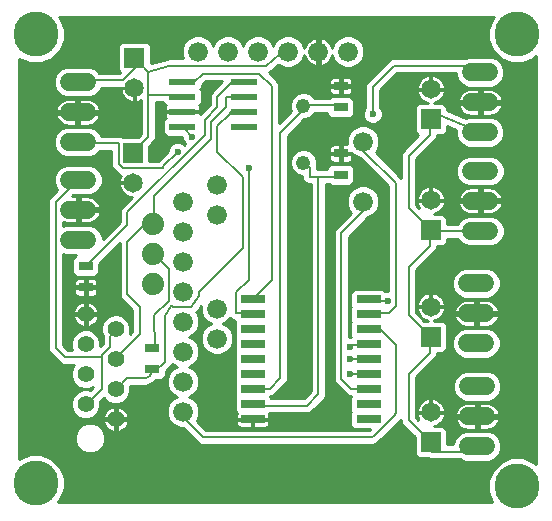
<source format=gtl>
G75*
G70*
%OFA0B0*%
%FSLAX24Y24*%
%IPPOS*%
%LPD*%
%AMOC8*
5,1,8,0,0,1.08239X$1,22.5*
%
%ADD10R,0.0870X0.0240*%
%ADD11R,0.0472X0.0315*%
%ADD12C,0.0480*%
%ADD13R,0.0800X0.0260*%
%ADD14C,0.0600*%
%ADD15R,0.0650X0.0650*%
%ADD16C,0.0650*%
%ADD17C,0.0660*%
%ADD18C,0.0560*%
%ADD19C,0.0740*%
%ADD20C,0.0079*%
%ADD21C,0.0236*%
%ADD22C,0.0100*%
%ADD23C,0.1502*%
D10*
X007978Y013603D03*
X007978Y014103D03*
X007978Y014603D03*
X007978Y015103D03*
X010038Y015103D03*
X010038Y014603D03*
X010038Y014103D03*
X010038Y013603D03*
D11*
X013258Y014249D03*
X013258Y014958D03*
X013258Y012708D03*
X013258Y011999D03*
X006983Y006233D03*
X006983Y005524D03*
X004758Y008249D03*
X004758Y008958D03*
D12*
X012008Y012403D03*
X012008Y014303D03*
D13*
X010328Y007853D03*
X010328Y007353D03*
X010328Y006853D03*
X010328Y006353D03*
X010328Y005853D03*
X010328Y005353D03*
X010328Y004853D03*
X010328Y004353D03*
X010328Y003853D03*
X014188Y003853D03*
X014188Y004353D03*
X014188Y004853D03*
X014188Y005353D03*
X014188Y005853D03*
X014188Y006353D03*
X014188Y006853D03*
X014188Y007353D03*
X014188Y007853D03*
D14*
X017483Y007378D02*
X018083Y007378D01*
X018083Y006378D02*
X017483Y006378D01*
X017506Y004950D02*
X018106Y004950D01*
X018106Y003950D02*
X017506Y003950D01*
X017506Y002950D02*
X018106Y002950D01*
X018083Y008378D02*
X017483Y008378D01*
X017608Y010128D02*
X018208Y010128D01*
X018208Y011128D02*
X017608Y011128D01*
X017608Y012128D02*
X018208Y012128D01*
X018206Y013414D02*
X017606Y013414D01*
X017606Y014414D02*
X018206Y014414D01*
X018206Y015414D02*
X017606Y015414D01*
X004800Y015088D02*
X004200Y015088D01*
X004200Y014088D02*
X004800Y014088D01*
X004800Y013088D02*
X004200Y013088D01*
X004208Y011831D02*
X004808Y011831D01*
X004808Y010831D02*
X004208Y010831D01*
X004208Y009831D02*
X004808Y009831D01*
D15*
X006333Y012728D03*
X006383Y015903D03*
X016258Y013853D03*
X016258Y010153D03*
X016258Y006603D03*
X016258Y003078D03*
D16*
X016258Y004078D03*
X016258Y007603D03*
X016258Y011153D03*
X016258Y014853D03*
X006383Y014903D03*
X006333Y011728D03*
D17*
X008008Y011103D03*
X009133Y010666D03*
X008008Y010103D03*
X008008Y009103D03*
X008008Y008103D03*
X008008Y007103D03*
X009133Y007541D03*
X009133Y006541D03*
X008008Y006103D03*
X008008Y005103D03*
X008008Y004103D03*
X014008Y011103D03*
X014008Y013103D03*
X013508Y016103D03*
X012508Y016103D03*
X011508Y016103D03*
X010508Y016103D03*
X009508Y016103D03*
X008508Y016103D03*
X009133Y011666D03*
D18*
X004758Y007353D03*
X005758Y006853D03*
X004758Y006353D03*
X005758Y005853D03*
X004758Y005353D03*
X005758Y004853D03*
X004758Y004353D03*
X005758Y003853D03*
D19*
X007008Y008353D03*
X007008Y009353D03*
X007008Y010353D03*
D20*
X007048Y010673D01*
X006138Y009763D01*
X006138Y008013D01*
X006558Y007593D01*
X006558Y006683D01*
X005788Y005913D01*
X005758Y005853D01*
X005578Y006263D02*
X005578Y006613D01*
X005718Y006753D01*
X005718Y006823D01*
X005758Y006853D01*
X005578Y006263D02*
X005298Y005983D01*
X005298Y005913D01*
X004068Y005913D01*
X003758Y006224D01*
X003758Y011093D01*
X004458Y011793D01*
X004508Y011831D01*
X004528Y013053D02*
X004500Y013088D01*
X004528Y013053D02*
X005858Y013053D01*
X005858Y012353D01*
X005998Y012213D01*
X007328Y012213D01*
X007328Y012283D01*
X007818Y012773D01*
X008308Y013263D02*
X008028Y013543D01*
X007978Y013603D01*
X008728Y013823D02*
X008728Y013333D01*
X006138Y010743D01*
X006138Y010323D01*
X004808Y008993D01*
X004758Y008958D01*
X007008Y009353D02*
X007048Y009413D01*
X007048Y009343D02*
X007008Y009353D01*
X007048Y009343D02*
X007538Y008853D01*
X007538Y007803D01*
X007048Y007313D01*
X007073Y006233D01*
X006983Y006233D01*
X007398Y006193D02*
X007398Y005773D01*
X007048Y005423D01*
X007023Y005483D01*
X006983Y005524D01*
X006980Y005489D01*
X006974Y005454D01*
X006964Y005421D01*
X006950Y005389D01*
X006933Y005358D01*
X006912Y005330D01*
X006889Y005304D01*
X006862Y005281D01*
X006834Y005260D01*
X006803Y005244D01*
X006770Y005230D01*
X006737Y005221D01*
X006702Y005215D01*
X006667Y005213D01*
X006138Y005213D01*
X005788Y004863D01*
X005758Y004853D01*
X005298Y004863D02*
X005298Y005913D01*
X005298Y004863D02*
X004808Y004373D01*
X004758Y004353D01*
X007398Y006193D02*
X007408Y006333D01*
X007408Y007297D01*
X007608Y007622D01*
X007706Y007593D01*
X008266Y007593D01*
X008518Y007943D01*
X008518Y008083D01*
X009988Y009553D01*
X009988Y011933D01*
X009148Y012773D01*
X009148Y013613D01*
X009568Y014033D01*
X009568Y014103D01*
X010038Y014103D01*
X009428Y014243D02*
X008938Y013753D01*
X008938Y013193D01*
X007048Y011303D01*
X007048Y010673D01*
X007048Y010393D01*
X007008Y010353D01*
X009778Y008083D02*
X010198Y008503D01*
X010198Y012213D01*
X011248Y013403D02*
X011948Y014103D01*
X011948Y014243D01*
X012008Y014303D01*
X012018Y014313D01*
X013208Y014313D01*
X013258Y014249D01*
X014328Y014027D02*
X014328Y014928D01*
X015041Y015641D01*
X017758Y015641D01*
X017906Y015414D01*
X017906Y013414D02*
X016288Y014103D01*
X016288Y013893D01*
X016258Y013853D01*
X016218Y013823D01*
X016218Y013333D01*
X015518Y012633D01*
X015518Y010883D01*
X016218Y010183D01*
X016258Y010153D01*
X016218Y010113D01*
X016218Y009623D01*
X015518Y008923D01*
X015518Y007313D01*
X016218Y006613D01*
X016258Y006603D01*
X016218Y006543D01*
X016218Y006053D01*
X015518Y005353D01*
X015518Y003813D01*
X016218Y003113D01*
X016258Y003078D01*
X016288Y003043D01*
X016288Y002763D01*
X017688Y002763D01*
X017806Y002950D01*
X015098Y004129D02*
X015098Y006341D01*
X014616Y006823D01*
X014188Y006823D01*
X014188Y006853D01*
X014188Y006353D02*
X014188Y006333D01*
X013558Y006333D01*
X013558Y006263D01*
X013558Y005843D02*
X014188Y005843D01*
X014188Y005853D01*
X014188Y005353D02*
X013558Y005353D01*
X013278Y005183D02*
X013598Y004863D01*
X014188Y004863D01*
X014188Y004853D01*
X013278Y005183D02*
X013278Y010043D01*
X014048Y010813D01*
X014048Y011093D01*
X014008Y011103D01*
X013208Y011933D02*
X013258Y011999D01*
X013208Y011933D02*
X012508Y011933D01*
X012508Y004682D01*
X012129Y004303D01*
X010338Y004303D01*
X010328Y004353D01*
X010328Y004853D02*
X010338Y004863D01*
X010893Y004863D01*
X011248Y005218D01*
X011248Y013403D01*
X012018Y012423D02*
X012008Y012403D01*
X012018Y012423D02*
X012228Y012213D01*
X012228Y011933D01*
X012508Y011933D01*
X014048Y012773D02*
X014048Y013053D01*
X014008Y013103D01*
X014048Y012773D02*
X015098Y011723D01*
X015098Y007627D01*
X014854Y007383D01*
X014188Y007383D01*
X014188Y007353D01*
X014188Y007803D02*
X014188Y007853D01*
X014188Y007873D01*
X014188Y007803D02*
X014818Y007803D01*
X016288Y010113D02*
X016258Y010153D01*
X016288Y010113D02*
X017898Y010113D01*
X017908Y010128D01*
X010968Y008503D02*
X010968Y014943D01*
X010548Y015363D01*
X008658Y015363D01*
X008378Y015083D01*
X008028Y015083D01*
X007978Y015103D01*
X007958Y014663D02*
X007978Y014603D01*
X007958Y014663D02*
X006838Y014663D01*
X006838Y013263D01*
X006348Y012773D01*
X006333Y012728D01*
X008728Y013823D02*
X009148Y014243D01*
X009148Y014593D01*
X009638Y015083D01*
X009988Y015083D01*
X010038Y015103D01*
X010038Y014603D02*
X009988Y014593D01*
X009428Y014593D01*
X009428Y014243D01*
X010754Y015639D02*
X007536Y015639D01*
X006838Y015433D01*
X006558Y015713D01*
X006383Y015903D01*
X006418Y015853D01*
X006558Y015713D01*
X005998Y015153D01*
X004528Y015153D01*
X004500Y015088D01*
X006838Y015433D02*
X006838Y014663D01*
X010754Y015639D02*
X011458Y016214D01*
X011458Y016133D01*
X011508Y016103D01*
X010968Y008503D02*
X010338Y007873D01*
X010328Y007853D01*
X010268Y007383D02*
X009778Y007383D01*
X009778Y008083D01*
X010268Y007383D02*
X010328Y007353D01*
X008008Y004103D02*
X007958Y004093D01*
X007958Y003953D01*
X008168Y003743D01*
X008658Y003253D01*
X014217Y003253D01*
X014407Y003332D02*
X015023Y003948D01*
X015023Y003949D02*
X015042Y003970D01*
X015059Y003993D01*
X015073Y004018D01*
X015084Y004045D01*
X015092Y004072D01*
X015096Y004100D01*
X015098Y004129D01*
X014407Y003332D02*
X014385Y003312D01*
X014360Y003294D01*
X014334Y003280D01*
X014306Y003268D01*
X014277Y003260D01*
X014247Y003255D01*
X014217Y003253D01*
D21*
X013558Y005353D03*
X013558Y005843D03*
X013558Y006263D03*
X014818Y007803D03*
X010198Y012213D03*
X008308Y013263D03*
X007818Y012773D03*
X007320Y013219D03*
X014328Y014027D03*
D22*
X014000Y014038D02*
X013704Y014038D01*
X013704Y014004D02*
X013704Y014493D01*
X013581Y014616D01*
X012935Y014616D01*
X012881Y014563D01*
X012385Y014563D01*
X012263Y014685D01*
X012098Y014753D01*
X011918Y014753D01*
X011753Y014685D01*
X011627Y014558D01*
X011558Y014393D01*
X011558Y014214D01*
X011601Y014109D01*
X011217Y013725D01*
X011217Y014993D01*
X011179Y015084D01*
X010855Y015409D01*
X010873Y015414D01*
X010883Y015423D01*
X010895Y015428D01*
X010921Y015454D01*
X011181Y015666D01*
X011202Y015645D01*
X011401Y015563D01*
X011615Y015563D01*
X011814Y015645D01*
X011966Y015797D01*
X012043Y015983D01*
X012063Y015919D01*
X012097Y015852D01*
X012142Y015791D01*
X012195Y015737D01*
X012256Y015693D01*
X012324Y015658D01*
X012396Y015635D01*
X012458Y015625D01*
X012458Y016053D01*
X012558Y016053D01*
X012558Y015625D01*
X012620Y015635D01*
X012692Y015658D01*
X012760Y015693D01*
X012821Y015737D01*
X012874Y015791D01*
X012919Y015852D01*
X012953Y015919D01*
X012973Y015983D01*
X013050Y015797D01*
X013202Y015645D01*
X013401Y015563D01*
X013615Y015563D01*
X013814Y015645D01*
X013966Y015797D01*
X014048Y015996D01*
X014048Y016211D01*
X013966Y016409D01*
X013814Y016561D01*
X013615Y016643D01*
X013401Y016643D01*
X013202Y016561D01*
X013050Y016409D01*
X012973Y016224D01*
X012953Y016287D01*
X012919Y016355D01*
X012874Y016416D01*
X012821Y016469D01*
X012760Y016514D01*
X012692Y016548D01*
X012620Y016571D01*
X012558Y016581D01*
X012558Y016153D01*
X012458Y016153D01*
X012458Y016581D01*
X012396Y016571D01*
X012324Y016548D01*
X012256Y016514D01*
X012195Y016469D01*
X012142Y016416D01*
X012097Y016355D01*
X012063Y016287D01*
X012043Y016224D01*
X011966Y016409D01*
X011814Y016561D01*
X011615Y016643D01*
X011401Y016643D01*
X011202Y016561D01*
X011050Y016409D01*
X011008Y016307D01*
X010966Y016409D01*
X010814Y016561D01*
X010615Y016643D01*
X010401Y016643D01*
X010202Y016561D01*
X010050Y016409D01*
X010008Y016307D01*
X009966Y016409D01*
X009814Y016561D01*
X009615Y016643D01*
X009401Y016643D01*
X009202Y016561D01*
X009050Y016409D01*
X009008Y016307D01*
X008966Y016409D01*
X008814Y016561D01*
X008615Y016643D01*
X008401Y016643D01*
X008202Y016561D01*
X008050Y016409D01*
X007968Y016211D01*
X007968Y015996D01*
X008013Y015888D01*
X007549Y015888D01*
X007513Y015892D01*
X007500Y015888D01*
X007486Y015888D01*
X007453Y015874D01*
X006918Y015717D01*
X006918Y016315D01*
X006795Y016438D01*
X005971Y016438D01*
X005848Y016315D01*
X005848Y015491D01*
X005916Y015424D01*
X005895Y015403D01*
X005207Y015403D01*
X005089Y015521D01*
X004901Y015598D01*
X004099Y015598D01*
X003911Y015521D01*
X003768Y015377D01*
X003690Y015190D01*
X003690Y014987D01*
X003768Y014799D01*
X003911Y014656D01*
X004099Y014578D01*
X004901Y014578D01*
X005089Y014656D01*
X005232Y014799D01*
X005276Y014904D01*
X006048Y014904D01*
X006092Y014922D01*
X006364Y014922D01*
X006364Y014884D01*
X006402Y014884D01*
X006402Y014428D01*
X006420Y014428D01*
X006494Y014440D01*
X006565Y014463D01*
X006589Y014475D01*
X006589Y013367D01*
X006485Y013263D01*
X006001Y013263D01*
X005999Y013265D01*
X005908Y013303D01*
X005263Y013303D01*
X005232Y013377D01*
X005089Y013521D01*
X004901Y013598D01*
X004099Y013598D01*
X003911Y013521D01*
X003768Y013377D01*
X003690Y013190D01*
X003690Y012987D01*
X003768Y012799D01*
X003911Y012656D01*
X004099Y012578D01*
X004901Y012578D01*
X005089Y012656D01*
X005232Y012799D01*
X005234Y012804D01*
X005609Y012804D01*
X005609Y012304D01*
X005647Y012212D01*
X005787Y012072D01*
X005857Y012002D01*
X005925Y011974D01*
X005893Y011911D01*
X005870Y011839D01*
X005858Y011766D01*
X005858Y011747D01*
X006314Y011747D01*
X006314Y011709D01*
X005858Y011709D01*
X005858Y011691D01*
X005870Y011617D01*
X005893Y011546D01*
X005927Y011479D01*
X005971Y011419D01*
X006024Y011366D01*
X006084Y011322D01*
X006151Y011288D01*
X006222Y011265D01*
X006295Y011253D01*
X005927Y010884D01*
X005889Y010793D01*
X005889Y010427D01*
X005318Y009856D01*
X005318Y009933D01*
X005240Y010120D01*
X005097Y010264D01*
X004909Y010341D01*
X004107Y010341D01*
X004007Y010300D01*
X004007Y010428D01*
X004035Y010414D01*
X004103Y010392D01*
X004173Y010381D01*
X004458Y010381D01*
X004458Y010781D01*
X004558Y010781D01*
X004558Y010381D01*
X004843Y010381D01*
X004913Y010392D01*
X004981Y010414D01*
X005044Y010446D01*
X005101Y010488D01*
X005151Y010538D01*
X005193Y010595D01*
X005225Y010658D01*
X005247Y010726D01*
X005256Y010781D01*
X004558Y010781D01*
X004558Y010881D01*
X005256Y010881D01*
X005247Y010937D01*
X005225Y011004D01*
X005193Y011067D01*
X005151Y011124D01*
X005101Y011174D01*
X005044Y011216D01*
X004981Y011248D01*
X004913Y011270D01*
X004843Y011281D01*
X004558Y011281D01*
X004558Y010881D01*
X004458Y010881D01*
X004458Y011281D01*
X004299Y011281D01*
X004339Y011321D01*
X004909Y011321D01*
X005097Y011399D01*
X005240Y011542D01*
X005318Y011730D01*
X005318Y011933D01*
X005240Y012120D01*
X005097Y012264D01*
X004909Y012341D01*
X004107Y012341D01*
X003919Y012264D01*
X003776Y012120D01*
X003698Y011933D01*
X003698Y011730D01*
X003776Y011542D01*
X003815Y011503D01*
X003547Y011234D01*
X003509Y011143D01*
X003509Y006174D01*
X003547Y006082D01*
X003857Y005772D01*
X003927Y005702D01*
X004019Y005664D01*
X004376Y005664D01*
X004343Y005631D01*
X004268Y005451D01*
X004268Y005256D01*
X004343Y005076D01*
X004480Y004938D01*
X004661Y004863D01*
X004855Y004863D01*
X005009Y004927D01*
X004905Y004823D01*
X004855Y004843D01*
X004661Y004843D01*
X004480Y004769D01*
X004343Y004631D01*
X004268Y004451D01*
X004268Y004256D01*
X004343Y004076D01*
X004480Y003938D01*
X004661Y003863D01*
X004855Y003863D01*
X005036Y003938D01*
X005173Y004076D01*
X005248Y004256D01*
X005248Y004451D01*
X005245Y004458D01*
X005353Y004565D01*
X005480Y004438D01*
X005661Y004363D01*
X005855Y004363D01*
X006036Y004438D01*
X006173Y004576D01*
X006248Y004756D01*
X006248Y004951D01*
X006243Y004964D01*
X006779Y004964D01*
X006984Y005048D01*
X006984Y005048D01*
X007094Y005156D01*
X007306Y005156D01*
X007429Y005279D01*
X007429Y005452D01*
X007609Y005632D01*
X007641Y005707D01*
X007702Y005645D01*
X007804Y005603D01*
X007702Y005561D01*
X007550Y005409D01*
X007468Y005211D01*
X007468Y004996D01*
X007550Y004797D01*
X007702Y004645D01*
X007804Y004603D01*
X007702Y004561D01*
X007550Y004409D01*
X007468Y004211D01*
X007468Y003996D01*
X007550Y003797D01*
X007702Y003645D01*
X007901Y003563D01*
X007995Y003563D01*
X008517Y003042D01*
X008608Y003004D01*
X014320Y003004D01*
X014510Y003083D01*
X014548Y003121D01*
X015165Y003737D01*
X015169Y003742D01*
X015235Y003807D01*
X015235Y003807D01*
X015269Y003841D01*
X015269Y003764D01*
X015307Y003672D01*
X015377Y003602D01*
X015723Y003256D01*
X015723Y002666D01*
X015846Y002543D01*
X016167Y002543D01*
X016238Y002514D01*
X017227Y002514D01*
X017405Y002440D01*
X018208Y002440D01*
X018395Y002518D01*
X018539Y002661D01*
X018616Y002849D01*
X018616Y003052D01*
X018539Y003239D01*
X018395Y003382D01*
X018208Y003460D01*
X017405Y003460D01*
X017218Y003382D01*
X017074Y003239D01*
X016996Y003052D01*
X016996Y003013D01*
X016793Y003013D01*
X016793Y003490D01*
X016670Y003613D01*
X016359Y003613D01*
X016369Y003615D01*
X016440Y003638D01*
X016507Y003672D01*
X016567Y003716D01*
X016620Y003769D01*
X016664Y003829D01*
X016698Y003896D01*
X016721Y003967D01*
X016733Y004041D01*
X016733Y004059D01*
X016277Y004059D01*
X016277Y004097D01*
X016733Y004097D01*
X016733Y004116D01*
X016721Y004189D01*
X016698Y004261D01*
X016664Y004327D01*
X016620Y004388D01*
X016567Y004441D01*
X016507Y004484D01*
X016440Y004518D01*
X016369Y004542D01*
X016295Y004553D01*
X016277Y004553D01*
X016277Y004097D01*
X016239Y004097D01*
X016239Y004059D01*
X015783Y004059D01*
X015783Y004041D01*
X015795Y003967D01*
X015818Y003896D01*
X015849Y003835D01*
X015767Y003917D01*
X015767Y005250D01*
X016359Y005842D01*
X016429Y005912D01*
X016467Y006004D01*
X016467Y006068D01*
X016670Y006068D01*
X016793Y006191D01*
X016793Y007015D01*
X016670Y007138D01*
X016359Y007138D01*
X016369Y007140D01*
X016440Y007163D01*
X016507Y007197D01*
X016567Y007241D01*
X016620Y007294D01*
X016664Y007354D01*
X016698Y007421D01*
X016721Y007492D01*
X016733Y007566D01*
X016733Y007584D01*
X016277Y007584D01*
X016277Y007622D01*
X016733Y007622D01*
X016733Y007641D01*
X016721Y007714D01*
X016698Y007786D01*
X016664Y007852D01*
X016620Y007913D01*
X016567Y007966D01*
X016507Y008009D01*
X016440Y008043D01*
X016369Y008067D01*
X016295Y008078D01*
X016277Y008078D01*
X016277Y007622D01*
X016239Y007622D01*
X016239Y007584D01*
X015783Y007584D01*
X015783Y007566D01*
X015795Y007492D01*
X015818Y007421D01*
X015852Y007354D01*
X015896Y007294D01*
X015949Y007241D01*
X016009Y007197D01*
X016076Y007163D01*
X016147Y007140D01*
X016157Y007138D01*
X016046Y007138D01*
X015767Y007417D01*
X015767Y008820D01*
X016359Y009412D01*
X016429Y009482D01*
X016467Y009574D01*
X016467Y009618D01*
X016670Y009618D01*
X016793Y009741D01*
X016793Y009864D01*
X017165Y009864D01*
X017176Y009839D01*
X017319Y009696D01*
X017507Y009618D01*
X018309Y009618D01*
X018497Y009696D01*
X018640Y009839D01*
X018718Y010027D01*
X018718Y010230D01*
X018640Y010417D01*
X018497Y010561D01*
X018309Y010638D01*
X017507Y010638D01*
X017319Y010561D01*
X017176Y010417D01*
X017153Y010363D01*
X016793Y010363D01*
X016793Y010565D01*
X016670Y010688D01*
X016359Y010688D01*
X016369Y010690D01*
X016440Y010713D01*
X016507Y010747D01*
X016567Y010791D01*
X016620Y010844D01*
X016664Y010904D01*
X016698Y010971D01*
X016721Y011042D01*
X016733Y011116D01*
X016733Y011134D01*
X016277Y011134D01*
X016277Y011172D01*
X016733Y011172D01*
X016733Y011191D01*
X016721Y011264D01*
X016698Y011336D01*
X016664Y011402D01*
X016620Y011463D01*
X016567Y011516D01*
X016507Y011559D01*
X016440Y011593D01*
X016369Y011617D01*
X016295Y011628D01*
X016277Y011628D01*
X016277Y011172D01*
X016239Y011172D01*
X016239Y011134D01*
X015783Y011134D01*
X015783Y011116D01*
X015795Y011042D01*
X015818Y010971D01*
X015852Y010904D01*
X015857Y010896D01*
X015767Y010987D01*
X015767Y012530D01*
X016359Y013122D01*
X016429Y013192D01*
X016467Y013284D01*
X016467Y013318D01*
X016670Y013318D01*
X016793Y013441D01*
X016793Y013617D01*
X017096Y013488D01*
X017096Y013313D01*
X017174Y013125D01*
X017318Y012982D01*
X017505Y012904D01*
X018308Y012904D01*
X018495Y012982D01*
X018639Y013125D01*
X018716Y013313D01*
X018716Y013516D01*
X018639Y013703D01*
X018495Y013847D01*
X018308Y013924D01*
X017505Y013924D01*
X017424Y013891D01*
X016793Y014159D01*
X016793Y014265D01*
X016670Y014388D01*
X016359Y014388D01*
X016369Y014390D01*
X016440Y014413D01*
X016507Y014447D01*
X016567Y014491D01*
X016620Y014544D01*
X016664Y014604D01*
X016698Y014671D01*
X016721Y014742D01*
X016733Y014816D01*
X016733Y014834D01*
X016277Y014834D01*
X016277Y014872D01*
X016733Y014872D01*
X016733Y014891D01*
X016721Y014964D01*
X016698Y015036D01*
X016664Y015102D01*
X016620Y015163D01*
X016567Y015216D01*
X016507Y015259D01*
X016440Y015293D01*
X016369Y015317D01*
X016295Y015328D01*
X016277Y015328D01*
X016277Y014872D01*
X016239Y014872D01*
X016239Y014834D01*
X015783Y014834D01*
X015783Y014816D01*
X015795Y014742D01*
X015818Y014671D01*
X015852Y014604D01*
X015896Y014544D01*
X015949Y014491D01*
X016009Y014447D01*
X016076Y014413D01*
X016147Y014390D01*
X016157Y014388D01*
X015846Y014388D01*
X015723Y014265D01*
X015723Y013441D01*
X015846Y013318D01*
X015850Y013318D01*
X015307Y012774D01*
X015269Y012683D01*
X015269Y011905D01*
X014421Y012753D01*
X014466Y012797D01*
X014548Y012996D01*
X014548Y013211D01*
X014466Y013409D01*
X014314Y013561D01*
X014115Y013643D01*
X013901Y013643D01*
X013702Y013561D01*
X013550Y013409D01*
X013468Y013211D01*
X013468Y013015D01*
X013287Y013015D01*
X013287Y012736D01*
X013611Y012736D01*
X013702Y012645D01*
X013901Y012563D01*
X013905Y012563D01*
X013907Y012562D01*
X014849Y011620D01*
X014849Y008131D01*
X014753Y008131D01*
X014742Y008127D01*
X014675Y008193D01*
X013701Y008193D01*
X013578Y008070D01*
X013578Y007636D01*
X013611Y007603D01*
X013578Y007570D01*
X013578Y007136D01*
X013611Y007103D01*
X013578Y007070D01*
X013578Y006636D01*
X013611Y006603D01*
X013599Y006591D01*
X013527Y006591D01*
X013527Y009940D01*
X014176Y010588D01*
X014314Y010645D01*
X014466Y010797D01*
X014548Y010996D01*
X014548Y011211D01*
X014466Y011409D01*
X014314Y011561D01*
X014115Y011643D01*
X013901Y011643D01*
X013702Y011561D01*
X013550Y011409D01*
X013468Y011211D01*
X013468Y010996D01*
X013550Y010797D01*
X013615Y010733D01*
X013067Y010184D01*
X013029Y010093D01*
X013029Y005133D01*
X013067Y005042D01*
X013386Y004722D01*
X013456Y004652D01*
X013548Y004614D01*
X013600Y004614D01*
X013611Y004603D01*
X013578Y004570D01*
X013578Y004136D01*
X013611Y004103D01*
X013578Y004070D01*
X013578Y003636D01*
X013701Y003513D01*
X014235Y003513D01*
X014230Y003508D01*
X014227Y003506D01*
X014220Y003503D01*
X014217Y003503D01*
X008761Y003503D01*
X008466Y003798D01*
X008548Y003996D01*
X008548Y004211D01*
X008466Y004409D01*
X008314Y004561D01*
X008212Y004603D01*
X008314Y004645D01*
X008466Y004797D01*
X008548Y004996D01*
X008548Y005211D01*
X008466Y005409D01*
X008314Y005561D01*
X008212Y005603D01*
X008314Y005645D01*
X008466Y005797D01*
X008548Y005996D01*
X008548Y006211D01*
X008466Y006409D01*
X008314Y006561D01*
X008212Y006603D01*
X008314Y006645D01*
X008466Y006797D01*
X008548Y006996D01*
X008548Y007211D01*
X008466Y007409D01*
X008451Y007423D01*
X008457Y007431D01*
X008478Y007452D01*
X008486Y007471D01*
X008593Y007620D01*
X008593Y007433D01*
X008675Y007235D01*
X008827Y007083D01*
X008929Y007041D01*
X008827Y006999D01*
X008675Y006847D01*
X008593Y006648D01*
X008593Y006433D01*
X008675Y006235D01*
X008827Y006083D01*
X009026Y006001D01*
X009240Y006001D01*
X009439Y006083D01*
X009591Y006235D01*
X009673Y006433D01*
X009673Y006648D01*
X009591Y006847D01*
X009439Y006999D01*
X009337Y007041D01*
X009439Y007083D01*
X009582Y007226D01*
X009637Y007172D01*
X009718Y007138D01*
X009718Y007136D01*
X009751Y007103D01*
X009718Y007070D01*
X009718Y006636D01*
X009751Y006603D01*
X009718Y006570D01*
X009718Y006136D01*
X009751Y006103D01*
X009718Y006070D01*
X009718Y005636D01*
X009751Y005603D01*
X009718Y005570D01*
X009718Y005136D01*
X009751Y005103D01*
X009718Y005070D01*
X009718Y004636D01*
X009751Y004603D01*
X009718Y004570D01*
X009718Y004136D01*
X009797Y004057D01*
X009788Y004041D01*
X009778Y004003D01*
X009778Y003868D01*
X010313Y003868D01*
X010313Y003838D01*
X010343Y003838D01*
X010343Y003573D01*
X010748Y003573D01*
X010786Y003583D01*
X010820Y003603D01*
X010848Y003631D01*
X010868Y003665D01*
X010878Y003703D01*
X010878Y003838D01*
X010343Y003838D01*
X010343Y003868D01*
X010878Y003868D01*
X010878Y004003D01*
X010868Y004041D01*
X010860Y004054D01*
X012178Y004054D01*
X012270Y004092D01*
X012340Y004162D01*
X012719Y004541D01*
X012757Y004633D01*
X012757Y011684D01*
X012882Y011684D01*
X012935Y011631D01*
X013581Y011631D01*
X013704Y011754D01*
X013704Y012243D01*
X013581Y012366D01*
X012935Y012366D01*
X012812Y012243D01*
X012812Y012183D01*
X012477Y012183D01*
X012477Y012263D01*
X012457Y012312D01*
X012458Y012314D01*
X012458Y012493D01*
X012389Y012658D01*
X012263Y012785D01*
X012098Y012853D01*
X011918Y012853D01*
X011753Y012785D01*
X011627Y012658D01*
X011558Y012493D01*
X011558Y012314D01*
X011627Y012148D01*
X011753Y012022D01*
X011918Y011953D01*
X011979Y011953D01*
X011979Y011884D01*
X012017Y011792D01*
X012087Y011722D01*
X012178Y011684D01*
X012259Y011684D01*
X012259Y004786D01*
X012025Y004553D01*
X010938Y004553D01*
X010938Y004570D01*
X010905Y004603D01*
X010916Y004614D01*
X010943Y004614D01*
X011034Y004652D01*
X011104Y004722D01*
X011459Y005077D01*
X011497Y005169D01*
X011497Y013300D01*
X012051Y013853D01*
X012098Y013853D01*
X012263Y013922D01*
X012389Y014048D01*
X012396Y014064D01*
X012812Y014064D01*
X012812Y014004D01*
X012935Y013881D01*
X013581Y013881D01*
X013704Y014004D01*
X013639Y013939D02*
X014009Y013939D01*
X014000Y013962D02*
X014050Y013841D01*
X014142Y013749D01*
X014263Y013699D01*
X014393Y013699D01*
X014514Y013749D01*
X014606Y013841D01*
X014656Y013962D01*
X014656Y014092D01*
X014606Y014213D01*
X014577Y014241D01*
X014577Y014825D01*
X015145Y015392D01*
X017096Y015392D01*
X017096Y015313D01*
X017174Y015125D01*
X017318Y014982D01*
X017505Y014904D01*
X018308Y014904D01*
X018495Y014982D01*
X018639Y015125D01*
X018716Y015313D01*
X018716Y015516D01*
X018639Y015703D01*
X018495Y015847D01*
X018308Y015924D01*
X017505Y015924D01*
X017423Y015890D01*
X014992Y015890D01*
X014900Y015853D01*
X014117Y015069D01*
X014079Y014977D01*
X014079Y014241D01*
X014050Y014213D01*
X014000Y014092D01*
X014000Y013962D01*
X014050Y013841D02*
X012038Y013841D01*
X011940Y013742D02*
X014158Y013742D01*
X014330Y013545D02*
X015723Y013545D01*
X015723Y013447D02*
X014428Y013447D01*
X014491Y013348D02*
X015816Y013348D01*
X015782Y013250D02*
X014532Y013250D01*
X014548Y013151D02*
X015683Y013151D01*
X015585Y013053D02*
X014548Y013053D01*
X014531Y012954D02*
X015486Y012954D01*
X015388Y012856D02*
X014490Y012856D01*
X014426Y012757D02*
X015299Y012757D01*
X015269Y012659D02*
X014515Y012659D01*
X014614Y012560D02*
X015269Y012560D01*
X015269Y012462D02*
X014712Y012462D01*
X014811Y012363D02*
X015269Y012363D01*
X015269Y012265D02*
X014909Y012265D01*
X015008Y012166D02*
X015269Y012166D01*
X015269Y012068D02*
X015106Y012068D01*
X015205Y011969D02*
X015269Y011969D01*
X015767Y011969D02*
X017122Y011969D01*
X017098Y012027D02*
X017176Y011839D01*
X017319Y011696D01*
X017507Y011618D01*
X018309Y011618D01*
X018497Y011696D01*
X018640Y011839D01*
X018718Y012027D01*
X018718Y012230D01*
X018640Y012417D01*
X018497Y012561D01*
X018309Y012638D01*
X017507Y012638D01*
X017319Y012561D01*
X017176Y012417D01*
X017098Y012230D01*
X017098Y012027D01*
X017098Y012068D02*
X015767Y012068D01*
X015767Y012166D02*
X017098Y012166D01*
X017113Y012265D02*
X015767Y012265D01*
X015767Y012363D02*
X017153Y012363D01*
X017220Y012462D02*
X015767Y012462D01*
X015798Y012560D02*
X017319Y012560D01*
X017384Y012954D02*
X016192Y012954D01*
X016290Y013053D02*
X017247Y013053D01*
X017163Y013151D02*
X016389Y013151D01*
X016453Y013250D02*
X017123Y013250D01*
X017096Y013348D02*
X016700Y013348D01*
X016793Y013447D02*
X017096Y013447D01*
X016962Y013545D02*
X016793Y013545D01*
X017078Y014038D02*
X017359Y014038D01*
X017371Y014029D02*
X017434Y013997D01*
X017501Y013975D01*
X017571Y013964D01*
X017856Y013964D01*
X017856Y014364D01*
X017159Y014364D01*
X017168Y014309D01*
X017189Y014242D01*
X017222Y014178D01*
X017263Y014121D01*
X017313Y014071D01*
X017371Y014029D01*
X017310Y013939D02*
X019758Y013939D01*
X019758Y013841D02*
X018501Y013841D01*
X018600Y013742D02*
X019758Y013742D01*
X019758Y013644D02*
X018663Y013644D01*
X018704Y013545D02*
X019758Y013545D01*
X019758Y013447D02*
X018716Y013447D01*
X018716Y013348D02*
X019758Y013348D01*
X019758Y013250D02*
X018690Y013250D01*
X018650Y013151D02*
X019758Y013151D01*
X019758Y013053D02*
X018566Y013053D01*
X018429Y012954D02*
X019758Y012954D01*
X019758Y012856D02*
X016093Y012856D01*
X015995Y012757D02*
X019758Y012757D01*
X019758Y012659D02*
X015896Y012659D01*
X015767Y011871D02*
X017163Y011871D01*
X017243Y011772D02*
X015767Y011772D01*
X015767Y011674D02*
X017372Y011674D01*
X017435Y011545D02*
X017372Y011513D01*
X017315Y011471D01*
X017265Y011421D01*
X017223Y011364D01*
X017191Y011301D01*
X017169Y011234D01*
X017160Y011178D01*
X017858Y011178D01*
X017858Y011078D01*
X017958Y011078D01*
X017958Y010678D01*
X018243Y010678D01*
X018313Y010689D01*
X018381Y010711D01*
X018444Y010743D01*
X018501Y010785D01*
X018551Y010835D01*
X018593Y010892D01*
X018625Y010955D01*
X018647Y011023D01*
X018656Y011078D01*
X017958Y011078D01*
X017958Y011178D01*
X018656Y011178D01*
X018647Y011234D01*
X018625Y011301D01*
X018593Y011364D01*
X018551Y011421D01*
X018501Y011471D01*
X018444Y011513D01*
X018381Y011545D01*
X018313Y011567D01*
X018243Y011578D01*
X017958Y011578D01*
X017958Y011178D01*
X017858Y011178D01*
X017858Y011578D01*
X017573Y011578D01*
X017503Y011567D01*
X017435Y011545D01*
X017554Y011575D02*
X016476Y011575D01*
X016606Y011477D02*
X017322Y011477D01*
X017233Y011378D02*
X016676Y011378D01*
X016716Y011280D02*
X017184Y011280D01*
X017161Y011181D02*
X016733Y011181D01*
X016728Y011083D02*
X017858Y011083D01*
X017858Y011078D02*
X017160Y011078D01*
X017169Y011023D01*
X017191Y010955D01*
X017223Y010892D01*
X017265Y010835D01*
X017315Y010785D01*
X017372Y010743D01*
X017435Y010711D01*
X017503Y010689D01*
X017573Y010678D01*
X017858Y010678D01*
X017858Y011078D01*
X017858Y010984D02*
X017958Y010984D01*
X017958Y010886D02*
X017858Y010886D01*
X017858Y010787D02*
X017958Y010787D01*
X017958Y010689D02*
X017858Y010689D01*
X017506Y010689D02*
X016362Y010689D01*
X016562Y010787D02*
X017313Y010787D01*
X017228Y010886D02*
X016651Y010886D01*
X016703Y010984D02*
X017182Y010984D01*
X017391Y010590D02*
X016768Y010590D01*
X016793Y010492D02*
X017250Y010492D01*
X017166Y010393D02*
X016793Y010393D01*
X016793Y009802D02*
X017213Y009802D01*
X017311Y009704D02*
X016756Y009704D01*
X016467Y009605D02*
X019758Y009605D01*
X019758Y009507D02*
X016440Y009507D01*
X016356Y009408D02*
X019758Y009408D01*
X019758Y009310D02*
X016257Y009310D01*
X016159Y009211D02*
X019758Y009211D01*
X019758Y009113D02*
X016060Y009113D01*
X015962Y009014D02*
X019758Y009014D01*
X019758Y008916D02*
X015863Y008916D01*
X015767Y008817D02*
X017210Y008817D01*
X017194Y008811D02*
X017051Y008667D01*
X016973Y008480D01*
X016973Y008277D01*
X017051Y008089D01*
X017194Y007946D01*
X017382Y007868D01*
X018184Y007868D01*
X018372Y007946D01*
X018515Y008089D01*
X018593Y008277D01*
X018593Y008480D01*
X018515Y008667D01*
X018372Y008811D01*
X018184Y008888D01*
X017382Y008888D01*
X017194Y008811D01*
X017102Y008719D02*
X015767Y008719D01*
X015767Y008620D02*
X017031Y008620D01*
X016990Y008522D02*
X015767Y008522D01*
X015767Y008423D02*
X016973Y008423D01*
X016973Y008325D02*
X015767Y008325D01*
X015767Y008226D02*
X016994Y008226D01*
X017035Y008128D02*
X015767Y008128D01*
X015767Y008029D02*
X016048Y008029D01*
X016076Y008043D02*
X016009Y008009D01*
X015949Y007966D01*
X015896Y007913D01*
X015852Y007852D01*
X015818Y007786D01*
X015795Y007714D01*
X015783Y007641D01*
X015783Y007622D01*
X016239Y007622D01*
X016239Y008078D01*
X016221Y008078D01*
X016147Y008067D01*
X016076Y008043D01*
X016239Y008029D02*
X016277Y008029D01*
X016277Y007931D02*
X016239Y007931D01*
X016239Y007832D02*
X016277Y007832D01*
X016277Y007734D02*
X016239Y007734D01*
X016239Y007635D02*
X016277Y007635D01*
X016602Y007931D02*
X017231Y007931D01*
X017111Y008029D02*
X016468Y008029D01*
X016674Y007832D02*
X019758Y007832D01*
X019758Y007734D02*
X018359Y007734D01*
X018376Y007721D02*
X018319Y007763D01*
X018256Y007795D01*
X018188Y007817D01*
X018118Y007828D01*
X017833Y007828D01*
X017833Y007428D01*
X018531Y007428D01*
X018522Y007484D01*
X018500Y007551D01*
X018468Y007614D01*
X018426Y007671D01*
X018376Y007721D01*
X018452Y007635D02*
X019758Y007635D01*
X019758Y007537D02*
X018505Y007537D01*
X018529Y007438D02*
X019758Y007438D01*
X019758Y007340D02*
X017833Y007340D01*
X017833Y007328D02*
X017833Y007428D01*
X017733Y007428D01*
X017733Y007328D01*
X017833Y007328D01*
X017833Y006928D01*
X018118Y006928D01*
X018188Y006939D01*
X018256Y006961D01*
X018319Y006993D01*
X018376Y007035D01*
X018426Y007085D01*
X018468Y007142D01*
X018500Y007205D01*
X018522Y007273D01*
X018531Y007328D01*
X017833Y007328D01*
X017833Y007241D02*
X017733Y007241D01*
X017733Y007328D02*
X017733Y006928D01*
X017448Y006928D01*
X017378Y006939D01*
X017310Y006961D01*
X017247Y006993D01*
X017190Y007035D01*
X017140Y007085D01*
X017098Y007142D01*
X017066Y007205D01*
X017044Y007273D01*
X017035Y007328D01*
X017733Y007328D01*
X017733Y007340D02*
X016654Y007340D01*
X016704Y007438D02*
X017037Y007438D01*
X017035Y007428D02*
X017733Y007428D01*
X017733Y007828D01*
X017448Y007828D01*
X017378Y007817D01*
X017310Y007795D01*
X017247Y007763D01*
X017190Y007721D01*
X017140Y007671D01*
X017098Y007614D01*
X017066Y007551D01*
X017044Y007484D01*
X017035Y007428D01*
X017061Y007537D02*
X016728Y007537D01*
X016733Y007635D02*
X017114Y007635D01*
X017207Y007734D02*
X016715Y007734D01*
X016568Y007241D02*
X017054Y007241D01*
X017098Y007143D02*
X016378Y007143D01*
X016138Y007143D02*
X016041Y007143D01*
X015948Y007241D02*
X015943Y007241D01*
X015862Y007340D02*
X015844Y007340D01*
X015812Y007438D02*
X015767Y007438D01*
X015767Y007537D02*
X015788Y007537D01*
X015783Y007635D02*
X015767Y007635D01*
X015767Y007734D02*
X015801Y007734D01*
X015767Y007832D02*
X015842Y007832D01*
X015914Y007931D02*
X015767Y007931D01*
X014849Y008226D02*
X013527Y008226D01*
X013527Y008128D02*
X013636Y008128D01*
X013578Y008029D02*
X013527Y008029D01*
X013527Y007931D02*
X013578Y007931D01*
X013578Y007832D02*
X013527Y007832D01*
X013527Y007734D02*
X013578Y007734D01*
X013579Y007635D02*
X013527Y007635D01*
X013527Y007537D02*
X013578Y007537D01*
X013578Y007438D02*
X013527Y007438D01*
X013527Y007340D02*
X013578Y007340D01*
X013578Y007241D02*
X013527Y007241D01*
X013527Y007143D02*
X013578Y007143D01*
X013578Y007044D02*
X013527Y007044D01*
X013527Y006946D02*
X013578Y006946D01*
X013578Y006847D02*
X013527Y006847D01*
X013527Y006749D02*
X013578Y006749D01*
X013578Y006650D02*
X013527Y006650D01*
X013029Y006650D02*
X012757Y006650D01*
X012757Y006552D02*
X013029Y006552D01*
X013029Y006453D02*
X012757Y006453D01*
X012757Y006355D02*
X013029Y006355D01*
X013029Y006256D02*
X012757Y006256D01*
X012757Y006158D02*
X013029Y006158D01*
X013029Y006059D02*
X012757Y006059D01*
X012757Y005961D02*
X013029Y005961D01*
X013029Y005862D02*
X012757Y005862D01*
X012757Y005764D02*
X013029Y005764D01*
X013029Y005665D02*
X012757Y005665D01*
X012757Y005567D02*
X013029Y005567D01*
X013029Y005468D02*
X012757Y005468D01*
X012757Y005370D02*
X013029Y005370D01*
X013029Y005271D02*
X012757Y005271D01*
X012757Y005173D02*
X013029Y005173D01*
X013053Y005074D02*
X012757Y005074D01*
X012757Y004976D02*
X013133Y004976D01*
X013231Y004877D02*
X012757Y004877D01*
X012757Y004779D02*
X013330Y004779D01*
X013428Y004680D02*
X012757Y004680D01*
X012736Y004582D02*
X013590Y004582D01*
X013578Y004483D02*
X012661Y004483D01*
X012563Y004385D02*
X013578Y004385D01*
X013578Y004286D02*
X012464Y004286D01*
X012366Y004188D02*
X013578Y004188D01*
X013597Y004089D02*
X012264Y004089D01*
X012055Y004582D02*
X010926Y004582D01*
X011063Y004680D02*
X012153Y004680D01*
X012252Y004779D02*
X011161Y004779D01*
X011260Y004877D02*
X012259Y004877D01*
X012259Y004976D02*
X011358Y004976D01*
X011457Y005074D02*
X012259Y005074D01*
X012259Y005173D02*
X011497Y005173D01*
X011497Y005271D02*
X012259Y005271D01*
X012259Y005370D02*
X011497Y005370D01*
X011497Y005468D02*
X012259Y005468D01*
X012259Y005567D02*
X011497Y005567D01*
X011497Y005665D02*
X012259Y005665D01*
X012259Y005764D02*
X011497Y005764D01*
X011497Y005862D02*
X012259Y005862D01*
X012259Y005961D02*
X011497Y005961D01*
X011497Y006059D02*
X012259Y006059D01*
X012259Y006158D02*
X011497Y006158D01*
X011497Y006256D02*
X012259Y006256D01*
X012259Y006355D02*
X011497Y006355D01*
X011497Y006453D02*
X012259Y006453D01*
X012259Y006552D02*
X011497Y006552D01*
X011497Y006650D02*
X012259Y006650D01*
X012259Y006749D02*
X011497Y006749D01*
X011497Y006847D02*
X012259Y006847D01*
X012259Y006946D02*
X011497Y006946D01*
X011497Y007044D02*
X012259Y007044D01*
X012259Y007143D02*
X011497Y007143D01*
X011497Y007241D02*
X012259Y007241D01*
X012259Y007340D02*
X011497Y007340D01*
X011497Y007438D02*
X012259Y007438D01*
X012259Y007537D02*
X011497Y007537D01*
X011497Y007635D02*
X012259Y007635D01*
X012259Y007734D02*
X011497Y007734D01*
X011497Y007832D02*
X012259Y007832D01*
X012259Y007931D02*
X011497Y007931D01*
X011497Y008029D02*
X012259Y008029D01*
X012259Y008128D02*
X011497Y008128D01*
X011497Y008226D02*
X012259Y008226D01*
X012259Y008325D02*
X011497Y008325D01*
X011497Y008423D02*
X012259Y008423D01*
X012259Y008522D02*
X011497Y008522D01*
X011497Y008620D02*
X012259Y008620D01*
X012259Y008719D02*
X011497Y008719D01*
X011497Y008817D02*
X012259Y008817D01*
X012259Y008916D02*
X011497Y008916D01*
X011497Y009014D02*
X012259Y009014D01*
X012259Y009113D02*
X011497Y009113D01*
X011497Y009211D02*
X012259Y009211D01*
X012259Y009310D02*
X011497Y009310D01*
X011497Y009408D02*
X012259Y009408D01*
X012259Y009507D02*
X011497Y009507D01*
X011497Y009605D02*
X012259Y009605D01*
X012259Y009704D02*
X011497Y009704D01*
X011497Y009802D02*
X012259Y009802D01*
X012259Y009901D02*
X011497Y009901D01*
X011497Y009999D02*
X012259Y009999D01*
X012259Y010098D02*
X011497Y010098D01*
X011497Y010196D02*
X012259Y010196D01*
X012259Y010295D02*
X011497Y010295D01*
X011497Y010393D02*
X012259Y010393D01*
X012259Y010492D02*
X011497Y010492D01*
X011497Y010590D02*
X012259Y010590D01*
X012259Y010689D02*
X011497Y010689D01*
X011497Y010787D02*
X012259Y010787D01*
X012259Y010886D02*
X011497Y010886D01*
X011497Y010984D02*
X012259Y010984D01*
X012259Y011083D02*
X011497Y011083D01*
X011497Y011181D02*
X012259Y011181D01*
X012259Y011280D02*
X011497Y011280D01*
X011497Y011378D02*
X012259Y011378D01*
X012259Y011477D02*
X011497Y011477D01*
X011497Y011575D02*
X012259Y011575D01*
X012259Y011674D02*
X011497Y011674D01*
X011497Y011772D02*
X012036Y011772D01*
X011984Y011871D02*
X011497Y011871D01*
X011497Y011969D02*
X011880Y011969D01*
X011707Y012068D02*
X011497Y012068D01*
X011497Y012166D02*
X011619Y012166D01*
X011578Y012265D02*
X011497Y012265D01*
X011497Y012363D02*
X011558Y012363D01*
X011558Y012462D02*
X011497Y012462D01*
X011497Y012560D02*
X011586Y012560D01*
X011627Y012659D02*
X011497Y012659D01*
X011497Y012757D02*
X011726Y012757D01*
X011497Y012856D02*
X012872Y012856D01*
X012872Y012885D02*
X012872Y012736D01*
X013229Y012736D01*
X013229Y012679D01*
X012872Y012679D01*
X012872Y012530D01*
X012882Y012492D01*
X012902Y012458D01*
X012930Y012430D01*
X012964Y012410D01*
X013002Y012400D01*
X013229Y012400D01*
X013229Y012679D01*
X013287Y012679D01*
X013287Y012736D01*
X013229Y012736D01*
X013229Y013015D01*
X013002Y013015D01*
X012964Y013005D01*
X012930Y012985D01*
X012902Y012957D01*
X012882Y012923D01*
X012872Y012885D01*
X012900Y012954D02*
X011497Y012954D01*
X011497Y013053D02*
X013468Y013053D01*
X013468Y013151D02*
X011497Y013151D01*
X011497Y013250D02*
X013484Y013250D01*
X013525Y013348D02*
X011546Y013348D01*
X011644Y013447D02*
X013588Y013447D01*
X013686Y013545D02*
X011743Y013545D01*
X011841Y013644D02*
X015723Y013644D01*
X015723Y013742D02*
X014498Y013742D01*
X014606Y013841D02*
X015723Y013841D01*
X015723Y013939D02*
X014647Y013939D01*
X014656Y014038D02*
X015723Y014038D01*
X015723Y014136D02*
X014638Y014136D01*
X014584Y014235D02*
X015723Y014235D01*
X015791Y014333D02*
X014577Y014333D01*
X014577Y014432D02*
X016039Y014432D01*
X015909Y014530D02*
X014577Y014530D01*
X014577Y014629D02*
X015839Y014629D01*
X015799Y014727D02*
X014577Y014727D01*
X014579Y014826D02*
X015783Y014826D01*
X015783Y014872D02*
X016239Y014872D01*
X016239Y015328D01*
X016221Y015328D01*
X016147Y015317D01*
X016076Y015293D01*
X016009Y015259D01*
X015949Y015216D01*
X015896Y015163D01*
X015852Y015102D01*
X015818Y015036D01*
X015795Y014964D01*
X015783Y014891D01*
X015783Y014872D01*
X015788Y014924D02*
X014677Y014924D01*
X014776Y015023D02*
X015814Y015023D01*
X015866Y015121D02*
X014874Y015121D01*
X014973Y015220D02*
X015954Y015220D01*
X016158Y015318D02*
X015071Y015318D01*
X014760Y015712D02*
X013881Y015712D01*
X013971Y015811D02*
X014858Y015811D01*
X014661Y015614D02*
X013737Y015614D01*
X014012Y015909D02*
X017469Y015909D01*
X017096Y015318D02*
X016358Y015318D01*
X016277Y015318D02*
X016239Y015318D01*
X016239Y015220D02*
X016277Y015220D01*
X016277Y015121D02*
X016239Y015121D01*
X016239Y015023D02*
X016277Y015023D01*
X016277Y014924D02*
X016239Y014924D01*
X016562Y015220D02*
X017135Y015220D01*
X017178Y015121D02*
X016650Y015121D01*
X016702Y015023D02*
X017277Y015023D01*
X017457Y014924D02*
X016728Y014924D01*
X016733Y014826D02*
X017423Y014826D01*
X017434Y014831D02*
X017371Y014799D01*
X017313Y014757D01*
X017263Y014707D01*
X017222Y014650D01*
X017189Y014587D01*
X017168Y014520D01*
X017159Y014464D01*
X017856Y014464D01*
X017856Y014364D01*
X017956Y014364D01*
X017956Y013964D01*
X018242Y013964D01*
X018312Y013975D01*
X018379Y013997D01*
X018442Y014029D01*
X018500Y014071D01*
X018550Y014121D01*
X018591Y014178D01*
X018623Y014242D01*
X018645Y014309D01*
X018654Y014364D01*
X017956Y014364D01*
X017956Y014464D01*
X017856Y014464D01*
X017856Y014864D01*
X017571Y014864D01*
X017501Y014853D01*
X017434Y014831D01*
X017283Y014727D02*
X016717Y014727D01*
X016677Y014629D02*
X017211Y014629D01*
X017171Y014530D02*
X016607Y014530D01*
X016477Y014432D02*
X017856Y014432D01*
X017856Y014530D02*
X017956Y014530D01*
X017956Y014464D02*
X017956Y014864D01*
X018242Y014864D01*
X018312Y014853D01*
X018379Y014831D01*
X018442Y014799D01*
X018500Y014757D01*
X018550Y014707D01*
X018591Y014650D01*
X018623Y014587D01*
X018645Y014520D01*
X018654Y014464D01*
X017956Y014464D01*
X017956Y014432D02*
X019758Y014432D01*
X019758Y014530D02*
X018642Y014530D01*
X018602Y014629D02*
X019758Y014629D01*
X019758Y014727D02*
X018530Y014727D01*
X018390Y014826D02*
X019758Y014826D01*
X019758Y014924D02*
X018356Y014924D01*
X018536Y015023D02*
X019758Y015023D01*
X019758Y015121D02*
X018635Y015121D01*
X018678Y015220D02*
X019758Y015220D01*
X019758Y015318D02*
X018716Y015318D01*
X018716Y015417D02*
X019758Y015417D01*
X019758Y015515D02*
X018716Y015515D01*
X018676Y015614D02*
X019758Y015614D01*
X019758Y015712D02*
X018630Y015712D01*
X018726Y015811D02*
X018531Y015811D01*
X018590Y015867D02*
X018943Y015721D01*
X019325Y015721D01*
X019678Y015867D01*
X019758Y015947D01*
X019758Y002358D01*
X019678Y002438D01*
X019325Y002584D01*
X018943Y002584D01*
X018590Y002438D01*
X018319Y002167D01*
X018173Y001814D01*
X018173Y001432D01*
X018311Y001098D01*
X003827Y001098D01*
X003906Y001177D01*
X004052Y001530D01*
X004052Y001913D01*
X003906Y002266D01*
X003635Y002536D01*
X003282Y002683D01*
X002899Y002683D01*
X002546Y002536D01*
X002543Y002533D01*
X002543Y015870D01*
X002546Y015867D01*
X002899Y015721D01*
X003282Y015721D01*
X003635Y015867D01*
X003906Y016138D01*
X004052Y016491D01*
X004052Y016873D01*
X003906Y017226D01*
X003859Y017273D01*
X018366Y017273D01*
X018319Y017226D01*
X018173Y016873D01*
X018173Y016491D01*
X018319Y016138D01*
X018590Y015867D01*
X018547Y015909D02*
X018344Y015909D01*
X018449Y016008D02*
X014048Y016008D01*
X014048Y016106D02*
X018350Y016106D01*
X018291Y016205D02*
X014048Y016205D01*
X014010Y016303D02*
X018250Y016303D01*
X018210Y016402D02*
X013969Y016402D01*
X013875Y016500D02*
X018173Y016500D01*
X018173Y016599D02*
X013723Y016599D01*
X013293Y016599D02*
X011723Y016599D01*
X011875Y016500D02*
X012238Y016500D01*
X012132Y016402D02*
X011969Y016402D01*
X012010Y016303D02*
X012071Y016303D01*
X012458Y016303D02*
X012558Y016303D01*
X012558Y016205D02*
X012458Y016205D01*
X012458Y016402D02*
X012558Y016402D01*
X012558Y016500D02*
X012458Y016500D01*
X012778Y016500D02*
X013141Y016500D01*
X013047Y016402D02*
X012884Y016402D01*
X012945Y016303D02*
X013006Y016303D01*
X013004Y015909D02*
X012948Y015909D01*
X012889Y015811D02*
X013045Y015811D01*
X013135Y015712D02*
X012787Y015712D01*
X012558Y015712D02*
X012458Y015712D01*
X012458Y015811D02*
X012558Y015811D01*
X012558Y015909D02*
X012458Y015909D01*
X012458Y016008D02*
X012558Y016008D01*
X012229Y015712D02*
X011881Y015712D01*
X011971Y015811D02*
X012127Y015811D01*
X012068Y015909D02*
X012012Y015909D01*
X011737Y015614D02*
X013279Y015614D01*
X013287Y015265D02*
X013287Y014986D01*
X013644Y014986D01*
X013644Y015135D01*
X013634Y015173D01*
X013614Y015207D01*
X013586Y015235D01*
X013552Y015255D01*
X013514Y015265D01*
X013287Y015265D01*
X013287Y015220D02*
X013229Y015220D01*
X013229Y015265D02*
X013002Y015265D01*
X012964Y015255D01*
X012930Y015235D01*
X012902Y015207D01*
X012882Y015173D01*
X012872Y015135D01*
X012872Y014986D01*
X013229Y014986D01*
X013229Y014929D01*
X012872Y014929D01*
X012872Y014780D01*
X012882Y014742D01*
X012902Y014708D01*
X012930Y014680D01*
X012964Y014660D01*
X013002Y014650D01*
X013229Y014650D01*
X013229Y014929D01*
X013287Y014929D01*
X013287Y014986D01*
X013229Y014986D01*
X013229Y015265D01*
X013229Y015121D02*
X013287Y015121D01*
X013287Y015023D02*
X013229Y015023D01*
X013229Y014924D02*
X013287Y014924D01*
X013287Y014929D02*
X013287Y014650D01*
X013514Y014650D01*
X013552Y014660D01*
X013586Y014680D01*
X013614Y014708D01*
X013634Y014742D01*
X013644Y014780D01*
X013644Y014929D01*
X013287Y014929D01*
X013287Y014826D02*
X013229Y014826D01*
X013229Y014727D02*
X013287Y014727D01*
X013625Y014727D02*
X014079Y014727D01*
X014079Y014629D02*
X012319Y014629D01*
X012160Y014727D02*
X012891Y014727D01*
X012872Y014826D02*
X011217Y014826D01*
X011217Y014924D02*
X012872Y014924D01*
X012872Y015023D02*
X011205Y015023D01*
X011143Y015121D02*
X012872Y015121D01*
X012914Y015220D02*
X011044Y015220D01*
X010946Y015318D02*
X014366Y015318D01*
X014267Y015220D02*
X013602Y015220D01*
X013644Y015121D02*
X014169Y015121D01*
X014097Y015023D02*
X013644Y015023D01*
X013644Y014924D02*
X014079Y014924D01*
X014079Y014826D02*
X013644Y014826D01*
X013667Y014530D02*
X014079Y014530D01*
X014079Y014432D02*
X013704Y014432D01*
X013704Y014333D02*
X014079Y014333D01*
X014072Y014235D02*
X013704Y014235D01*
X013704Y014136D02*
X014018Y014136D01*
X012877Y013939D02*
X012280Y013939D01*
X012379Y014038D02*
X012812Y014038D01*
X011856Y014727D02*
X011217Y014727D01*
X011217Y014629D02*
X011697Y014629D01*
X011615Y014530D02*
X011217Y014530D01*
X011217Y014432D02*
X011574Y014432D01*
X011558Y014333D02*
X011217Y014333D01*
X011217Y014235D02*
X011558Y014235D01*
X011590Y014136D02*
X011217Y014136D01*
X011217Y014038D02*
X011530Y014038D01*
X011431Y013939D02*
X011217Y013939D01*
X011217Y013841D02*
X011333Y013841D01*
X011234Y013742D02*
X011217Y013742D01*
X012290Y012757D02*
X012872Y012757D01*
X012872Y012659D02*
X012389Y012659D01*
X012430Y012560D02*
X012872Y012560D01*
X012900Y012462D02*
X012458Y012462D01*
X012458Y012363D02*
X012932Y012363D01*
X012833Y012265D02*
X012477Y012265D01*
X012757Y011674D02*
X012892Y011674D01*
X012757Y011575D02*
X013737Y011575D01*
X013624Y011674D02*
X014795Y011674D01*
X014849Y011575D02*
X014279Y011575D01*
X014398Y011477D02*
X014849Y011477D01*
X014849Y011378D02*
X014479Y011378D01*
X014519Y011280D02*
X014849Y011280D01*
X014849Y011181D02*
X014548Y011181D01*
X014548Y011083D02*
X014849Y011083D01*
X014849Y010984D02*
X014543Y010984D01*
X014502Y010886D02*
X014849Y010886D01*
X014849Y010787D02*
X014456Y010787D01*
X014357Y010689D02*
X014849Y010689D01*
X014849Y010590D02*
X014181Y010590D01*
X014079Y010492D02*
X014849Y010492D01*
X014849Y010393D02*
X013981Y010393D01*
X013882Y010295D02*
X014849Y010295D01*
X014849Y010196D02*
X013784Y010196D01*
X013685Y010098D02*
X014849Y010098D01*
X014849Y009999D02*
X013587Y009999D01*
X013527Y009901D02*
X014849Y009901D01*
X014849Y009802D02*
X013527Y009802D01*
X013527Y009704D02*
X014849Y009704D01*
X014849Y009605D02*
X013527Y009605D01*
X013527Y009507D02*
X014849Y009507D01*
X014849Y009408D02*
X013527Y009408D01*
X013527Y009310D02*
X014849Y009310D01*
X014849Y009211D02*
X013527Y009211D01*
X013527Y009113D02*
X014849Y009113D01*
X014849Y009014D02*
X013527Y009014D01*
X013527Y008916D02*
X014849Y008916D01*
X014849Y008817D02*
X013527Y008817D01*
X013527Y008719D02*
X014849Y008719D01*
X014849Y008620D02*
X013527Y008620D01*
X013527Y008522D02*
X014849Y008522D01*
X014849Y008423D02*
X013527Y008423D01*
X013527Y008325D02*
X014849Y008325D01*
X014744Y008128D02*
X014740Y008128D01*
X013029Y008128D02*
X012757Y008128D01*
X012757Y008226D02*
X013029Y008226D01*
X013029Y008325D02*
X012757Y008325D01*
X012757Y008423D02*
X013029Y008423D01*
X013029Y008522D02*
X012757Y008522D01*
X012757Y008620D02*
X013029Y008620D01*
X013029Y008719D02*
X012757Y008719D01*
X012757Y008817D02*
X013029Y008817D01*
X013029Y008916D02*
X012757Y008916D01*
X012757Y009014D02*
X013029Y009014D01*
X013029Y009113D02*
X012757Y009113D01*
X012757Y009211D02*
X013029Y009211D01*
X013029Y009310D02*
X012757Y009310D01*
X012757Y009408D02*
X013029Y009408D01*
X013029Y009507D02*
X012757Y009507D01*
X012757Y009605D02*
X013029Y009605D01*
X013029Y009704D02*
X012757Y009704D01*
X012757Y009802D02*
X013029Y009802D01*
X013029Y009901D02*
X012757Y009901D01*
X012757Y009999D02*
X013029Y009999D01*
X013031Y010098D02*
X012757Y010098D01*
X012757Y010196D02*
X013078Y010196D01*
X013177Y010295D02*
X012757Y010295D01*
X012757Y010393D02*
X013275Y010393D01*
X013374Y010492D02*
X012757Y010492D01*
X012757Y010590D02*
X013472Y010590D01*
X013571Y010689D02*
X012757Y010689D01*
X012757Y010787D02*
X013560Y010787D01*
X013514Y010886D02*
X012757Y010886D01*
X012757Y010984D02*
X013473Y010984D01*
X013468Y011083D02*
X012757Y011083D01*
X012757Y011181D02*
X013468Y011181D01*
X013497Y011280D02*
X012757Y011280D01*
X012757Y011378D02*
X013537Y011378D01*
X013618Y011477D02*
X012757Y011477D01*
X013584Y012363D02*
X014105Y012363D01*
X014007Y012462D02*
X013616Y012462D01*
X013614Y012458D02*
X013634Y012492D01*
X013644Y012530D01*
X013644Y012679D01*
X013287Y012679D01*
X013287Y012400D01*
X013514Y012400D01*
X013552Y012410D01*
X013586Y012430D01*
X013614Y012458D01*
X013644Y012560D02*
X013908Y012560D01*
X013689Y012659D02*
X013644Y012659D01*
X013287Y012659D02*
X013229Y012659D01*
X013229Y012757D02*
X013287Y012757D01*
X013287Y012856D02*
X013229Y012856D01*
X013229Y012954D02*
X013287Y012954D01*
X013287Y012560D02*
X013229Y012560D01*
X013229Y012462D02*
X013287Y012462D01*
X013683Y012265D02*
X014204Y012265D01*
X014302Y012166D02*
X013704Y012166D01*
X013704Y012068D02*
X014401Y012068D01*
X014499Y011969D02*
X013704Y011969D01*
X013704Y011871D02*
X014598Y011871D01*
X014696Y011772D02*
X013704Y011772D01*
X015767Y011575D02*
X016040Y011575D01*
X016009Y011559D02*
X015949Y011516D01*
X015896Y011463D01*
X015852Y011402D01*
X015818Y011336D01*
X015795Y011264D01*
X015783Y011191D01*
X015783Y011172D01*
X016239Y011172D01*
X016239Y011628D01*
X016221Y011628D01*
X016147Y011617D01*
X016076Y011593D01*
X016009Y011559D01*
X015910Y011477D02*
X015767Y011477D01*
X015767Y011378D02*
X015840Y011378D01*
X015800Y011280D02*
X015767Y011280D01*
X015767Y011181D02*
X015783Y011181D01*
X015788Y011083D02*
X015767Y011083D01*
X015770Y010984D02*
X015813Y010984D01*
X016239Y011181D02*
X016277Y011181D01*
X016277Y011280D02*
X016239Y011280D01*
X016239Y011378D02*
X016277Y011378D01*
X016277Y011477D02*
X016239Y011477D01*
X016239Y011575D02*
X016277Y011575D01*
X017858Y011575D02*
X017958Y011575D01*
X017958Y011477D02*
X017858Y011477D01*
X017858Y011378D02*
X017958Y011378D01*
X017958Y011280D02*
X017858Y011280D01*
X017858Y011181D02*
X017958Y011181D01*
X017958Y011083D02*
X019758Y011083D01*
X019758Y011181D02*
X018655Y011181D01*
X018632Y011280D02*
X019758Y011280D01*
X019758Y011378D02*
X018583Y011378D01*
X018494Y011477D02*
X019758Y011477D01*
X019758Y011575D02*
X018262Y011575D01*
X018444Y011674D02*
X019758Y011674D01*
X019758Y011772D02*
X018573Y011772D01*
X018653Y011871D02*
X019758Y011871D01*
X019758Y011969D02*
X018694Y011969D01*
X018718Y012068D02*
X019758Y012068D01*
X019758Y012166D02*
X018718Y012166D01*
X018703Y012265D02*
X019758Y012265D01*
X019758Y012363D02*
X018663Y012363D01*
X018596Y012462D02*
X019758Y012462D01*
X019758Y012560D02*
X018497Y012560D01*
X018454Y014038D02*
X019758Y014038D01*
X019758Y014136D02*
X018561Y014136D01*
X018620Y014235D02*
X019758Y014235D01*
X019758Y014333D02*
X018649Y014333D01*
X017956Y014333D02*
X017856Y014333D01*
X017856Y014235D02*
X017956Y014235D01*
X017956Y014136D02*
X017856Y014136D01*
X017856Y014038D02*
X017956Y014038D01*
X017956Y014629D02*
X017856Y014629D01*
X017856Y014727D02*
X017956Y014727D01*
X017956Y014826D02*
X017856Y014826D01*
X017164Y014333D02*
X016725Y014333D01*
X016793Y014235D02*
X017193Y014235D01*
X017252Y014136D02*
X016847Y014136D01*
X014563Y015515D02*
X010997Y015515D01*
X011117Y015614D02*
X011279Y015614D01*
X010876Y015417D02*
X014464Y015417D01*
X011293Y016599D02*
X010723Y016599D01*
X010875Y016500D02*
X011141Y016500D01*
X011047Y016402D02*
X010969Y016402D01*
X010293Y016599D02*
X009723Y016599D01*
X009875Y016500D02*
X010141Y016500D01*
X010047Y016402D02*
X009969Y016402D01*
X009293Y016599D02*
X008723Y016599D01*
X008875Y016500D02*
X009141Y016500D01*
X009047Y016402D02*
X008969Y016402D01*
X008293Y016599D02*
X004052Y016599D01*
X004052Y016697D02*
X018173Y016697D01*
X018173Y016796D02*
X004052Y016796D01*
X004043Y016894D02*
X018182Y016894D01*
X018222Y016993D02*
X004002Y016993D01*
X003962Y017091D02*
X018263Y017091D01*
X018304Y017190D02*
X003921Y017190D01*
X004052Y016500D02*
X008141Y016500D01*
X008047Y016402D02*
X006831Y016402D01*
X006918Y016303D02*
X008006Y016303D01*
X007968Y016205D02*
X006918Y016205D01*
X006918Y016106D02*
X007968Y016106D01*
X007968Y016008D02*
X006918Y016008D01*
X006918Y015909D02*
X008004Y015909D01*
X007237Y015811D02*
X006918Y015811D01*
X005848Y015811D02*
X003499Y015811D01*
X003677Y015909D02*
X005848Y015909D01*
X005848Y016008D02*
X003776Y016008D01*
X003874Y016106D02*
X005848Y016106D01*
X005848Y016205D02*
X003933Y016205D01*
X003974Y016303D02*
X005848Y016303D01*
X005935Y016402D02*
X004015Y016402D01*
X003906Y015515D02*
X002543Y015515D01*
X002543Y015417D02*
X003807Y015417D01*
X003743Y015318D02*
X002543Y015318D01*
X002543Y015220D02*
X003702Y015220D01*
X003690Y015121D02*
X002543Y015121D01*
X002543Y015023D02*
X003690Y015023D01*
X003716Y014924D02*
X002543Y014924D01*
X002543Y014826D02*
X003757Y014826D01*
X003840Y014727D02*
X002543Y014727D01*
X002543Y014629D02*
X003977Y014629D01*
X004027Y014505D02*
X003964Y014473D01*
X003907Y014431D01*
X003857Y014381D01*
X003815Y014324D01*
X003783Y014261D01*
X003761Y014194D01*
X003752Y014138D01*
X004450Y014138D01*
X004450Y014038D01*
X004550Y014038D01*
X004550Y013638D01*
X004835Y013638D01*
X004905Y013649D01*
X004973Y013671D01*
X005036Y013703D01*
X005093Y013745D01*
X005143Y013795D01*
X005185Y013852D01*
X005217Y013915D01*
X005239Y013983D01*
X005248Y014038D01*
X004550Y014038D01*
X004450Y014038D01*
X004450Y013638D01*
X004165Y013638D01*
X004095Y013649D01*
X004027Y013671D01*
X003964Y013703D01*
X003907Y013745D01*
X003857Y013795D01*
X003815Y013852D01*
X003783Y013915D01*
X003761Y013983D01*
X003752Y014038D01*
X004450Y014038D01*
X004450Y014136D02*
X002543Y014136D01*
X002543Y014038D02*
X003752Y014038D01*
X003775Y013939D02*
X002543Y013939D01*
X002543Y013841D02*
X003824Y013841D01*
X003911Y013742D02*
X002543Y013742D01*
X002543Y013644D02*
X004130Y013644D01*
X003971Y013545D02*
X002543Y013545D01*
X002543Y013447D02*
X003837Y013447D01*
X003756Y013348D02*
X002543Y013348D01*
X002543Y013250D02*
X003715Y013250D01*
X003690Y013151D02*
X002543Y013151D01*
X002543Y013053D02*
X003690Y013053D01*
X003703Y012954D02*
X002543Y012954D01*
X002543Y012856D02*
X003744Y012856D01*
X003810Y012757D02*
X002543Y012757D01*
X002543Y012659D02*
X003908Y012659D01*
X003922Y012265D02*
X002543Y012265D01*
X002543Y012363D02*
X005609Y012363D01*
X005609Y012462D02*
X002543Y012462D01*
X002543Y012560D02*
X005609Y012560D01*
X005609Y012659D02*
X005092Y012659D01*
X005190Y012757D02*
X005609Y012757D01*
X005625Y012265D02*
X005094Y012265D01*
X005194Y012166D02*
X005692Y012166D01*
X005791Y012068D02*
X005262Y012068D01*
X005303Y011969D02*
X005923Y011969D01*
X005880Y011871D02*
X005318Y011871D01*
X005318Y011772D02*
X005859Y011772D01*
X005861Y011674D02*
X005295Y011674D01*
X005254Y011575D02*
X005883Y011575D01*
X005929Y011477D02*
X005175Y011477D01*
X005047Y011378D02*
X006011Y011378D01*
X006176Y011280D02*
X004853Y011280D01*
X005092Y011181D02*
X006223Y011181D01*
X006125Y011083D02*
X005181Y011083D01*
X005231Y010984D02*
X006026Y010984D01*
X005928Y010886D02*
X005255Y010886D01*
X005235Y010689D02*
X005889Y010689D01*
X005889Y010787D02*
X004558Y010787D01*
X004558Y010689D02*
X004458Y010689D01*
X004458Y010590D02*
X004558Y010590D01*
X004558Y010492D02*
X004458Y010492D01*
X004458Y010393D02*
X004558Y010393D01*
X004916Y010393D02*
X005855Y010393D01*
X005889Y010492D02*
X005105Y010492D01*
X005189Y010590D02*
X005889Y010590D01*
X005757Y010295D02*
X005022Y010295D01*
X005164Y010196D02*
X005658Y010196D01*
X005560Y010098D02*
X005250Y010098D01*
X005290Y009999D02*
X005461Y009999D01*
X005363Y009901D02*
X005318Y009901D01*
X005674Y009507D02*
X005889Y009507D01*
X005889Y009605D02*
X005773Y009605D01*
X005871Y009704D02*
X005889Y009704D01*
X005889Y009721D02*
X005889Y007964D01*
X005927Y007872D01*
X005997Y007802D01*
X006309Y007490D01*
X006309Y006787D01*
X006227Y006705D01*
X006248Y006756D01*
X006248Y006951D01*
X006173Y007131D01*
X006036Y007269D01*
X005855Y007343D01*
X005661Y007343D01*
X005480Y007269D01*
X005343Y007131D01*
X005268Y006951D01*
X005268Y006756D01*
X005329Y006609D01*
X005329Y006367D01*
X005248Y006286D01*
X005248Y006451D01*
X005173Y006631D01*
X005036Y006769D01*
X004855Y006843D01*
X004661Y006843D01*
X004480Y006769D01*
X004343Y006631D01*
X004268Y006451D01*
X004268Y006256D01*
X004307Y006163D01*
X004172Y006163D01*
X004007Y006327D01*
X004007Y009362D01*
X004107Y009321D01*
X004431Y009321D01*
X004312Y009202D01*
X004312Y008713D01*
X004435Y008590D01*
X005081Y008590D01*
X005204Y008713D01*
X005204Y009037D01*
X005889Y009721D01*
X005889Y009408D02*
X005576Y009408D01*
X005477Y009310D02*
X005889Y009310D01*
X005889Y009211D02*
X005379Y009211D01*
X005280Y009113D02*
X005889Y009113D01*
X005889Y009014D02*
X005204Y009014D01*
X005204Y008916D02*
X005889Y008916D01*
X005889Y008817D02*
X005204Y008817D01*
X005204Y008719D02*
X005889Y008719D01*
X005889Y008620D02*
X005111Y008620D01*
X005052Y008546D02*
X005014Y008556D01*
X004787Y008556D01*
X004787Y008278D01*
X004729Y008278D01*
X004729Y008556D01*
X004502Y008556D01*
X004464Y008546D01*
X004430Y008526D01*
X004402Y008498D01*
X004382Y008464D01*
X004372Y008426D01*
X004372Y008278D01*
X004729Y008278D01*
X004729Y008220D01*
X004372Y008220D01*
X004372Y008072D01*
X004382Y008034D01*
X004402Y007999D01*
X004430Y007971D01*
X004464Y007952D01*
X004502Y007941D01*
X004729Y007941D01*
X004729Y008220D01*
X004787Y008220D01*
X004787Y008278D01*
X005144Y008278D01*
X005144Y008426D01*
X005134Y008464D01*
X005114Y008498D01*
X005086Y008526D01*
X005052Y008546D01*
X005091Y008522D02*
X005889Y008522D01*
X005889Y008423D02*
X005144Y008423D01*
X005144Y008325D02*
X005889Y008325D01*
X005889Y008226D02*
X004787Y008226D01*
X004787Y008220D02*
X005144Y008220D01*
X005144Y008072D01*
X005134Y008034D01*
X005114Y007999D01*
X005086Y007971D01*
X005052Y007952D01*
X005014Y007941D01*
X004787Y007941D01*
X004787Y008220D01*
X004729Y008226D02*
X004007Y008226D01*
X004007Y008128D02*
X004372Y008128D01*
X004384Y008029D02*
X004007Y008029D01*
X004007Y007931D02*
X005902Y007931D01*
X005889Y008029D02*
X005132Y008029D01*
X005144Y008128D02*
X005889Y008128D01*
X005966Y007832D02*
X004007Y007832D01*
X004007Y007734D02*
X004558Y007734D01*
X004533Y007721D02*
X004478Y007681D01*
X004430Y007633D01*
X004390Y007579D01*
X004360Y007518D01*
X004339Y007454D01*
X004328Y007387D01*
X004328Y007382D01*
X004729Y007382D01*
X004729Y007324D01*
X004787Y007324D01*
X004787Y006923D01*
X004792Y006923D01*
X004859Y006934D01*
X004923Y006955D01*
X004983Y006985D01*
X005038Y007025D01*
X005086Y007073D01*
X005126Y007128D01*
X005156Y007188D01*
X005177Y007253D01*
X005188Y007319D01*
X005188Y007324D01*
X004787Y007324D01*
X004787Y007382D01*
X005188Y007382D01*
X005188Y007387D01*
X005177Y007454D01*
X005156Y007518D01*
X005126Y007579D01*
X005086Y007633D01*
X005038Y007681D01*
X004983Y007721D01*
X004923Y007752D01*
X004859Y007773D01*
X004792Y007783D01*
X004787Y007783D01*
X004787Y007382D01*
X004729Y007382D01*
X004729Y007783D01*
X004724Y007783D01*
X004657Y007773D01*
X004593Y007752D01*
X004533Y007721D01*
X004432Y007635D02*
X004007Y007635D01*
X004007Y007537D02*
X004369Y007537D01*
X004336Y007438D02*
X004007Y007438D01*
X004007Y007340D02*
X004729Y007340D01*
X004729Y007324D02*
X004328Y007324D01*
X004328Y007319D01*
X004339Y007253D01*
X004360Y007188D01*
X004390Y007128D01*
X004430Y007073D01*
X004478Y007025D01*
X004533Y006985D01*
X004593Y006955D01*
X004657Y006934D01*
X004724Y006923D01*
X004729Y006923D01*
X004729Y007324D01*
X004787Y007340D02*
X005652Y007340D01*
X005864Y007340D02*
X006309Y007340D01*
X006309Y007438D02*
X005180Y007438D01*
X005147Y007537D02*
X006262Y007537D01*
X006163Y007635D02*
X005084Y007635D01*
X004958Y007734D02*
X006065Y007734D01*
X006063Y007241D02*
X006309Y007241D01*
X006309Y007143D02*
X006161Y007143D01*
X006209Y007044D02*
X006309Y007044D01*
X006309Y006946D02*
X006248Y006946D01*
X006248Y006847D02*
X006309Y006847D01*
X006271Y006749D02*
X006245Y006749D01*
X005453Y007241D02*
X005174Y007241D01*
X005133Y007143D02*
X005355Y007143D01*
X005307Y007044D02*
X005057Y007044D01*
X004895Y006946D02*
X005268Y006946D01*
X005268Y006847D02*
X004007Y006847D01*
X004007Y006749D02*
X004461Y006749D01*
X004362Y006650D02*
X004007Y006650D01*
X004007Y006552D02*
X004310Y006552D01*
X004269Y006453D02*
X004007Y006453D01*
X004007Y006355D02*
X004268Y006355D01*
X004268Y006256D02*
X004078Y006256D01*
X003767Y005862D02*
X002543Y005862D01*
X002543Y005764D02*
X003865Y005764D01*
X004016Y005665D02*
X002543Y005665D01*
X002543Y005567D02*
X004316Y005567D01*
X004275Y005468D02*
X002543Y005468D01*
X002543Y005370D02*
X004268Y005370D01*
X004268Y005271D02*
X002543Y005271D01*
X002543Y005173D02*
X004302Y005173D01*
X004344Y005074D02*
X002543Y005074D01*
X002543Y004976D02*
X004443Y004976D01*
X004505Y004779D02*
X002543Y004779D01*
X002543Y004877D02*
X004627Y004877D01*
X004889Y004877D02*
X004959Y004877D01*
X005271Y004483D02*
X005435Y004483D01*
X005609Y004385D02*
X005248Y004385D01*
X005248Y004286D02*
X007499Y004286D01*
X007468Y004188D02*
X006029Y004188D01*
X006038Y004181D02*
X005983Y004221D01*
X005923Y004252D01*
X005859Y004273D01*
X005792Y004283D01*
X005787Y004283D01*
X005787Y003882D01*
X006188Y003882D01*
X006188Y003887D01*
X006177Y003954D01*
X006156Y004018D01*
X006126Y004079D01*
X006086Y004133D01*
X006038Y004181D01*
X006118Y004089D02*
X007468Y004089D01*
X007470Y003991D02*
X006165Y003991D01*
X006187Y003892D02*
X007511Y003892D01*
X007554Y003794D02*
X006184Y003794D01*
X006188Y003819D02*
X006177Y003753D01*
X006156Y003688D01*
X006126Y003628D01*
X006086Y003573D01*
X006038Y003525D01*
X005983Y003485D01*
X005923Y003455D01*
X005859Y003434D01*
X005792Y003423D01*
X005787Y003423D01*
X005787Y003824D01*
X005729Y003824D01*
X005729Y003423D01*
X005724Y003423D01*
X005657Y003434D01*
X005593Y003455D01*
X005533Y003485D01*
X005478Y003525D01*
X005430Y003573D01*
X005390Y003628D01*
X005360Y003688D01*
X005339Y003753D01*
X005328Y003819D01*
X005328Y003824D01*
X005729Y003824D01*
X005729Y003882D01*
X005328Y003882D01*
X005328Y003887D01*
X005339Y003954D01*
X005360Y004018D01*
X005390Y004079D01*
X005430Y004133D01*
X005478Y004181D01*
X005533Y004221D01*
X005593Y004252D01*
X005657Y004273D01*
X005724Y004283D01*
X005729Y004283D01*
X005729Y003882D01*
X005787Y003882D01*
X005787Y003824D01*
X006188Y003824D01*
X006188Y003819D01*
X006159Y003695D02*
X007652Y003695D01*
X007820Y003597D02*
X006103Y003597D01*
X006001Y003498D02*
X008060Y003498D01*
X008159Y003400D02*
X005372Y003400D01*
X005407Y003316D02*
X005330Y003502D01*
X005188Y003644D01*
X005002Y003721D01*
X004801Y003721D01*
X004615Y003644D01*
X004473Y003502D01*
X004396Y003316D01*
X004396Y003115D01*
X004473Y002929D01*
X004615Y002787D01*
X004801Y002710D01*
X002543Y002710D01*
X002543Y002612D02*
X002729Y002612D01*
X002543Y002809D02*
X004594Y002809D01*
X004495Y002907D02*
X002543Y002907D01*
X002543Y003006D02*
X004442Y003006D01*
X004401Y003104D02*
X002543Y003104D01*
X002543Y003203D02*
X004396Y003203D01*
X004396Y003301D02*
X002543Y003301D01*
X002543Y003400D02*
X004431Y003400D01*
X004472Y003498D02*
X002543Y003498D01*
X002543Y003597D02*
X004568Y003597D01*
X004740Y003695D02*
X002543Y003695D01*
X002543Y003794D02*
X005332Y003794D01*
X005329Y003892D02*
X004926Y003892D01*
X005088Y003991D02*
X005351Y003991D01*
X005398Y004089D02*
X005179Y004089D01*
X005220Y004188D02*
X005487Y004188D01*
X005729Y004188D02*
X005787Y004188D01*
X005787Y004089D02*
X005729Y004089D01*
X005729Y003991D02*
X005787Y003991D01*
X005787Y003892D02*
X005729Y003892D01*
X005729Y003794D02*
X005787Y003794D01*
X005787Y003695D02*
X005729Y003695D01*
X005729Y003597D02*
X005787Y003597D01*
X005787Y003498D02*
X005729Y003498D01*
X005515Y003498D02*
X005331Y003498D01*
X005413Y003597D02*
X005235Y003597D01*
X005357Y003695D02*
X005064Y003695D01*
X005407Y003316D02*
X005407Y003115D01*
X005330Y002929D01*
X005188Y002787D01*
X005002Y002710D01*
X004801Y002710D01*
X005002Y002710D02*
X015723Y002710D01*
X015723Y002809D02*
X005210Y002809D01*
X005308Y002907D02*
X015723Y002907D01*
X015723Y003006D02*
X014324Y003006D01*
X014510Y003083D02*
X014510Y003083D01*
X014532Y003104D02*
X015723Y003104D01*
X015723Y003203D02*
X014630Y003203D01*
X014548Y003121D02*
X014548Y003121D01*
X014729Y003301D02*
X015677Y003301D01*
X015579Y003400D02*
X014827Y003400D01*
X014926Y003498D02*
X015480Y003498D01*
X015382Y003597D02*
X015024Y003597D01*
X015123Y003695D02*
X015297Y003695D01*
X015269Y003794D02*
X015221Y003794D01*
X015792Y003892D02*
X015820Y003892D01*
X015791Y003991D02*
X015767Y003991D01*
X015767Y004089D02*
X016239Y004089D01*
X016239Y004097D02*
X015783Y004097D01*
X015783Y004116D01*
X015795Y004189D01*
X015818Y004261D01*
X015852Y004327D01*
X015896Y004388D01*
X015949Y004441D01*
X016009Y004484D01*
X016076Y004518D01*
X016147Y004542D01*
X016221Y004553D01*
X016239Y004553D01*
X016239Y004097D01*
X016277Y004089D02*
X017078Y004089D01*
X017068Y004055D02*
X017059Y004000D01*
X017756Y004000D01*
X017756Y003900D01*
X017059Y003900D01*
X017068Y003845D01*
X017089Y003777D01*
X017122Y003714D01*
X017163Y003657D01*
X017213Y003607D01*
X017271Y003565D01*
X017334Y003533D01*
X017401Y003511D01*
X017471Y003500D01*
X017756Y003500D01*
X017756Y003900D01*
X017856Y003900D01*
X017856Y003500D01*
X018142Y003500D01*
X018212Y003511D01*
X018279Y003533D01*
X018342Y003565D01*
X018400Y003607D01*
X018450Y003657D01*
X018491Y003714D01*
X018523Y003777D01*
X018545Y003845D01*
X018554Y003900D01*
X017856Y003900D01*
X017856Y004000D01*
X017756Y004000D01*
X017756Y004400D01*
X017471Y004400D01*
X017401Y004389D01*
X017334Y004367D01*
X017271Y004335D01*
X017213Y004293D01*
X017163Y004243D01*
X017122Y004186D01*
X017089Y004123D01*
X017068Y004055D01*
X017123Y004188D02*
X016722Y004188D01*
X016685Y004286D02*
X017206Y004286D01*
X017388Y004385D02*
X016622Y004385D01*
X016509Y004483D02*
X017301Y004483D01*
X017218Y004518D02*
X017405Y004440D01*
X018208Y004440D01*
X018395Y004518D01*
X018539Y004661D01*
X018616Y004849D01*
X018616Y005052D01*
X018539Y005239D01*
X018395Y005382D01*
X018208Y005460D01*
X017405Y005460D01*
X017218Y005382D01*
X017074Y005239D01*
X016996Y005052D01*
X016996Y004849D01*
X017074Y004661D01*
X017218Y004518D01*
X017154Y004582D02*
X015767Y004582D01*
X015767Y004680D02*
X017066Y004680D01*
X017025Y004779D02*
X015767Y004779D01*
X015767Y004877D02*
X016996Y004877D01*
X016996Y004976D02*
X015767Y004976D01*
X015767Y005074D02*
X017006Y005074D01*
X017047Y005173D02*
X015767Y005173D01*
X015789Y005271D02*
X017106Y005271D01*
X017205Y005370D02*
X015887Y005370D01*
X015986Y005468D02*
X019758Y005468D01*
X019758Y005370D02*
X018408Y005370D01*
X018507Y005271D02*
X019758Y005271D01*
X019758Y005173D02*
X018566Y005173D01*
X018607Y005074D02*
X019758Y005074D01*
X019758Y004976D02*
X018616Y004976D01*
X018616Y004877D02*
X019758Y004877D01*
X019758Y004779D02*
X018587Y004779D01*
X018547Y004680D02*
X019758Y004680D01*
X019758Y004582D02*
X018459Y004582D01*
X018312Y004483D02*
X019758Y004483D01*
X019758Y004385D02*
X018225Y004385D01*
X018212Y004389D02*
X018142Y004400D01*
X017856Y004400D01*
X017856Y004000D01*
X018554Y004000D01*
X018545Y004055D01*
X018523Y004123D01*
X018491Y004186D01*
X018450Y004243D01*
X018400Y004293D01*
X018342Y004335D01*
X018279Y004367D01*
X018212Y004389D01*
X018407Y004286D02*
X019758Y004286D01*
X019758Y004188D02*
X018490Y004188D01*
X018534Y004089D02*
X019758Y004089D01*
X019758Y003991D02*
X017856Y003991D01*
X017856Y004089D02*
X017756Y004089D01*
X017756Y003991D02*
X016725Y003991D01*
X016696Y003892D02*
X017060Y003892D01*
X017084Y003794D02*
X016638Y003794D01*
X016539Y003695D02*
X017135Y003695D01*
X017227Y003597D02*
X016686Y003597D01*
X016785Y003498D02*
X019758Y003498D01*
X019758Y003400D02*
X018354Y003400D01*
X018477Y003301D02*
X019758Y003301D01*
X019758Y003203D02*
X018554Y003203D01*
X018595Y003104D02*
X019758Y003104D01*
X019758Y003006D02*
X018616Y003006D01*
X018616Y002907D02*
X019758Y002907D01*
X019758Y002809D02*
X018600Y002809D01*
X018559Y002710D02*
X019758Y002710D01*
X019758Y002612D02*
X018489Y002612D01*
X018385Y002513D02*
X018772Y002513D01*
X018566Y002415D02*
X003757Y002415D01*
X003855Y002316D02*
X018468Y002316D01*
X018369Y002218D02*
X003925Y002218D01*
X003966Y002119D02*
X018299Y002119D01*
X018258Y002021D02*
X004007Y002021D01*
X004048Y001922D02*
X018218Y001922D01*
X018177Y001824D02*
X004052Y001824D01*
X004052Y001725D02*
X018173Y001725D01*
X018173Y001627D02*
X004052Y001627D01*
X004051Y001528D02*
X018173Y001528D01*
X018174Y001430D02*
X004010Y001430D01*
X003969Y001331D02*
X018214Y001331D01*
X018255Y001233D02*
X003929Y001233D01*
X003863Y001134D02*
X018296Y001134D01*
X017228Y002513D02*
X003658Y002513D01*
X003453Y002612D02*
X015777Y002612D01*
X016793Y003104D02*
X017018Y003104D01*
X017059Y003203D02*
X016793Y003203D01*
X016793Y003301D02*
X017136Y003301D01*
X017259Y003400D02*
X016793Y003400D01*
X016277Y004188D02*
X016239Y004188D01*
X016239Y004286D02*
X016277Y004286D01*
X016277Y004385D02*
X016239Y004385D01*
X016239Y004483D02*
X016277Y004483D01*
X016007Y004483D02*
X015767Y004483D01*
X015767Y004385D02*
X015894Y004385D01*
X015831Y004286D02*
X015767Y004286D01*
X015767Y004188D02*
X015794Y004188D01*
X016084Y005567D02*
X019758Y005567D01*
X019758Y005665D02*
X016183Y005665D01*
X016281Y005764D02*
X019758Y005764D01*
X019758Y005862D02*
X016380Y005862D01*
X016450Y005961D02*
X017179Y005961D01*
X017194Y005946D02*
X017382Y005868D01*
X018184Y005868D01*
X018372Y005946D01*
X018515Y006089D01*
X018593Y006277D01*
X018593Y006480D01*
X018515Y006667D01*
X018372Y006811D01*
X018184Y006888D01*
X017382Y006888D01*
X017194Y006811D01*
X017051Y006667D01*
X016973Y006480D01*
X016973Y006277D01*
X017051Y006089D01*
X017194Y005946D01*
X017081Y006059D02*
X016467Y006059D01*
X016760Y006158D02*
X017022Y006158D01*
X016982Y006256D02*
X016793Y006256D01*
X016793Y006355D02*
X016973Y006355D01*
X016973Y006453D02*
X016793Y006453D01*
X016793Y006552D02*
X017003Y006552D01*
X017044Y006650D02*
X016793Y006650D01*
X016793Y006749D02*
X017132Y006749D01*
X017283Y006847D02*
X016793Y006847D01*
X016793Y006946D02*
X017358Y006946D01*
X017181Y007044D02*
X016764Y007044D01*
X017733Y007044D02*
X017833Y007044D01*
X017833Y006946D02*
X017733Y006946D01*
X017733Y007143D02*
X017833Y007143D01*
X017833Y007438D02*
X017733Y007438D01*
X017733Y007537D02*
X017833Y007537D01*
X017833Y007635D02*
X017733Y007635D01*
X017733Y007734D02*
X017833Y007734D01*
X018335Y007931D02*
X019758Y007931D01*
X019758Y008029D02*
X018455Y008029D01*
X018531Y008128D02*
X019758Y008128D01*
X019758Y008226D02*
X018572Y008226D01*
X018593Y008325D02*
X019758Y008325D01*
X019758Y008423D02*
X018593Y008423D01*
X018576Y008522D02*
X019758Y008522D01*
X019758Y008620D02*
X018535Y008620D01*
X018464Y008719D02*
X019758Y008719D01*
X019758Y008817D02*
X018356Y008817D01*
X018505Y009704D02*
X019758Y009704D01*
X019758Y009802D02*
X018603Y009802D01*
X018666Y009901D02*
X019758Y009901D01*
X019758Y009999D02*
X018707Y009999D01*
X018718Y010098D02*
X019758Y010098D01*
X019758Y010196D02*
X018718Y010196D01*
X018691Y010295D02*
X019758Y010295D01*
X019758Y010393D02*
X018650Y010393D01*
X018566Y010492D02*
X019758Y010492D01*
X019758Y010590D02*
X018425Y010590D01*
X018310Y010689D02*
X019758Y010689D01*
X019758Y010787D02*
X018503Y010787D01*
X018588Y010886D02*
X019758Y010886D01*
X019758Y010984D02*
X018634Y010984D01*
X018512Y007241D02*
X019758Y007241D01*
X019758Y007143D02*
X018468Y007143D01*
X018385Y007044D02*
X019758Y007044D01*
X019758Y006946D02*
X018208Y006946D01*
X018283Y006847D02*
X019758Y006847D01*
X019758Y006749D02*
X018434Y006749D01*
X018522Y006650D02*
X019758Y006650D01*
X019758Y006552D02*
X018563Y006552D01*
X018593Y006453D02*
X019758Y006453D01*
X019758Y006355D02*
X018593Y006355D01*
X018584Y006256D02*
X019758Y006256D01*
X019758Y006158D02*
X018544Y006158D01*
X018485Y006059D02*
X019758Y006059D01*
X019758Y005961D02*
X018387Y005961D01*
X017856Y004385D02*
X017756Y004385D01*
X017756Y004286D02*
X017856Y004286D01*
X017856Y004188D02*
X017756Y004188D01*
X017756Y003892D02*
X017856Y003892D01*
X017856Y003794D02*
X017756Y003794D01*
X017756Y003695D02*
X017856Y003695D01*
X017856Y003597D02*
X017756Y003597D01*
X018386Y003597D02*
X019758Y003597D01*
X019758Y003695D02*
X018478Y003695D01*
X018529Y003794D02*
X019758Y003794D01*
X019758Y003892D02*
X018553Y003892D01*
X019496Y002513D02*
X019758Y002513D01*
X019758Y002415D02*
X019701Y002415D01*
X013617Y003597D02*
X010809Y003597D01*
X010876Y003695D02*
X013578Y003695D01*
X013578Y003794D02*
X010878Y003794D01*
X010878Y003892D02*
X013578Y003892D01*
X013578Y003991D02*
X010878Y003991D01*
X010343Y003794D02*
X010313Y003794D01*
X010313Y003838D02*
X010313Y003573D01*
X009908Y003573D01*
X009870Y003583D01*
X009836Y003603D01*
X009808Y003631D01*
X009788Y003665D01*
X009778Y003703D01*
X009778Y003838D01*
X010313Y003838D01*
X010313Y003695D02*
X010343Y003695D01*
X010343Y003597D02*
X010313Y003597D01*
X009847Y003597D02*
X008667Y003597D01*
X008569Y003695D02*
X009780Y003695D01*
X009778Y003794D02*
X008470Y003794D01*
X008505Y003892D02*
X009778Y003892D01*
X009778Y003991D02*
X008546Y003991D01*
X008548Y004089D02*
X009765Y004089D01*
X009718Y004188D02*
X008548Y004188D01*
X008517Y004286D02*
X009718Y004286D01*
X009718Y004385D02*
X008476Y004385D01*
X008392Y004483D02*
X009718Y004483D01*
X009730Y004582D02*
X008264Y004582D01*
X008349Y004680D02*
X009718Y004680D01*
X009718Y004779D02*
X008447Y004779D01*
X008499Y004877D02*
X009718Y004877D01*
X009718Y004976D02*
X008540Y004976D01*
X008548Y005074D02*
X009722Y005074D01*
X009718Y005173D02*
X008548Y005173D01*
X008523Y005271D02*
X009718Y005271D01*
X009718Y005370D02*
X008482Y005370D01*
X008407Y005468D02*
X009718Y005468D01*
X009718Y005567D02*
X008300Y005567D01*
X008334Y005665D02*
X009718Y005665D01*
X009718Y005764D02*
X008432Y005764D01*
X008493Y005862D02*
X009718Y005862D01*
X009718Y005961D02*
X008533Y005961D01*
X008548Y006059D02*
X008884Y006059D01*
X008752Y006158D02*
X008548Y006158D01*
X008529Y006256D02*
X008666Y006256D01*
X008626Y006355D02*
X008488Y006355D01*
X008422Y006453D02*
X008593Y006453D01*
X008593Y006552D02*
X008323Y006552D01*
X008319Y006650D02*
X008594Y006650D01*
X008635Y006749D02*
X008417Y006749D01*
X008486Y006847D02*
X008676Y006847D01*
X008774Y006946D02*
X008527Y006946D01*
X008548Y007044D02*
X008921Y007044D01*
X008767Y007143D02*
X008548Y007143D01*
X008535Y007241D02*
X008673Y007241D01*
X008632Y007340D02*
X008495Y007340D01*
X008464Y007438D02*
X008593Y007438D01*
X008593Y007537D02*
X008533Y007537D01*
X009345Y007044D02*
X009718Y007044D01*
X009718Y006946D02*
X009492Y006946D01*
X009590Y006847D02*
X009718Y006847D01*
X009718Y006749D02*
X009631Y006749D01*
X009672Y006650D02*
X009718Y006650D01*
X009718Y006552D02*
X009673Y006552D01*
X009673Y006453D02*
X009718Y006453D01*
X009718Y006355D02*
X009640Y006355D01*
X009600Y006256D02*
X009718Y006256D01*
X009718Y006158D02*
X009514Y006158D01*
X009382Y006059D02*
X009718Y006059D01*
X009707Y007143D02*
X009499Y007143D01*
X007682Y005665D02*
X007623Y005665D01*
X007544Y005567D02*
X007716Y005567D01*
X007609Y005468D02*
X007446Y005468D01*
X007429Y005370D02*
X007534Y005370D01*
X007493Y005271D02*
X007421Y005271D01*
X007468Y005173D02*
X007323Y005173D01*
X007468Y005074D02*
X007011Y005074D01*
X006808Y004976D02*
X007476Y004976D01*
X007517Y004877D02*
X006248Y004877D01*
X006248Y004779D02*
X007569Y004779D01*
X007667Y004680D02*
X006217Y004680D01*
X006176Y004582D02*
X007752Y004582D01*
X007624Y004483D02*
X006081Y004483D01*
X005907Y004385D02*
X007540Y004385D01*
X008257Y003301D02*
X005407Y003301D01*
X005407Y003203D02*
X008356Y003203D01*
X008454Y003104D02*
X005403Y003104D01*
X005362Y003006D02*
X008604Y003006D01*
X004590Y003892D02*
X002543Y003892D01*
X002543Y003991D02*
X004428Y003991D01*
X004337Y004089D02*
X002543Y004089D01*
X002543Y004188D02*
X004296Y004188D01*
X004268Y004286D02*
X002543Y004286D01*
X002543Y004385D02*
X004268Y004385D01*
X004281Y004483D02*
X002543Y004483D01*
X002543Y004582D02*
X004322Y004582D01*
X004392Y004680D02*
X002543Y004680D01*
X002543Y005961D02*
X003668Y005961D01*
X003570Y006059D02*
X002543Y006059D01*
X002543Y006158D02*
X003515Y006158D01*
X003509Y006256D02*
X002543Y006256D01*
X002543Y006355D02*
X003509Y006355D01*
X003509Y006453D02*
X002543Y006453D01*
X002543Y006552D02*
X003509Y006552D01*
X003509Y006650D02*
X002543Y006650D01*
X002543Y006749D02*
X003509Y006749D01*
X003509Y006847D02*
X002543Y006847D01*
X002543Y006946D02*
X003509Y006946D01*
X003509Y007044D02*
X002543Y007044D01*
X002543Y007143D02*
X003509Y007143D01*
X003509Y007241D02*
X002543Y007241D01*
X002543Y007340D02*
X003509Y007340D01*
X003509Y007438D02*
X002543Y007438D01*
X002543Y007537D02*
X003509Y007537D01*
X003509Y007635D02*
X002543Y007635D01*
X002543Y007734D02*
X003509Y007734D01*
X003509Y007832D02*
X002543Y007832D01*
X002543Y007931D02*
X003509Y007931D01*
X003509Y008029D02*
X002543Y008029D01*
X002543Y008128D02*
X003509Y008128D01*
X003509Y008226D02*
X002543Y008226D01*
X002543Y008325D02*
X003509Y008325D01*
X003509Y008423D02*
X002543Y008423D01*
X002543Y008522D02*
X003509Y008522D01*
X003509Y008620D02*
X002543Y008620D01*
X002543Y008719D02*
X003509Y008719D01*
X003509Y008817D02*
X002543Y008817D01*
X002543Y008916D02*
X003509Y008916D01*
X003509Y009014D02*
X002543Y009014D01*
X002543Y009113D02*
X003509Y009113D01*
X003509Y009211D02*
X002543Y009211D01*
X002543Y009310D02*
X003509Y009310D01*
X003509Y009408D02*
X002543Y009408D01*
X002543Y009507D02*
X003509Y009507D01*
X003509Y009605D02*
X002543Y009605D01*
X002543Y009704D02*
X003509Y009704D01*
X003509Y009802D02*
X002543Y009802D01*
X002543Y009901D02*
X003509Y009901D01*
X003509Y009999D02*
X002543Y009999D01*
X002543Y010098D02*
X003509Y010098D01*
X003509Y010196D02*
X002543Y010196D01*
X002543Y010295D02*
X003509Y010295D01*
X003509Y010393D02*
X002543Y010393D01*
X002543Y010492D02*
X003509Y010492D01*
X003509Y010590D02*
X002543Y010590D01*
X002543Y010689D02*
X003509Y010689D01*
X003509Y010787D02*
X002543Y010787D01*
X002543Y010886D02*
X003509Y010886D01*
X003509Y010984D02*
X002543Y010984D01*
X002543Y011083D02*
X003509Y011083D01*
X003525Y011181D02*
X002543Y011181D01*
X002543Y011280D02*
X003592Y011280D01*
X003690Y011378D02*
X002543Y011378D01*
X002543Y011477D02*
X003789Y011477D01*
X003762Y011575D02*
X002543Y011575D01*
X002543Y011674D02*
X003721Y011674D01*
X003698Y011772D02*
X002543Y011772D01*
X002543Y011871D02*
X003698Y011871D01*
X003713Y011969D02*
X002543Y011969D01*
X002543Y012068D02*
X003754Y012068D01*
X003822Y012166D02*
X002543Y012166D01*
X004458Y011280D02*
X004558Y011280D01*
X004558Y011181D02*
X004458Y011181D01*
X004458Y011083D02*
X004558Y011083D01*
X004558Y010984D02*
X004458Y010984D01*
X004458Y010886D02*
X004558Y010886D01*
X004100Y010393D02*
X004007Y010393D01*
X004007Y009310D02*
X004420Y009310D01*
X004321Y009211D02*
X004007Y009211D01*
X004007Y009113D02*
X004312Y009113D01*
X004312Y009014D02*
X004007Y009014D01*
X004007Y008916D02*
X004312Y008916D01*
X004312Y008817D02*
X004007Y008817D01*
X004007Y008719D02*
X004312Y008719D01*
X004405Y008620D02*
X004007Y008620D01*
X004007Y008522D02*
X004425Y008522D01*
X004372Y008423D02*
X004007Y008423D01*
X004007Y008325D02*
X004372Y008325D01*
X004729Y008325D02*
X004787Y008325D01*
X004787Y008423D02*
X004729Y008423D01*
X004729Y008522D02*
X004787Y008522D01*
X004787Y008128D02*
X004729Y008128D01*
X004729Y008029D02*
X004787Y008029D01*
X004787Y007734D02*
X004729Y007734D01*
X004729Y007635D02*
X004787Y007635D01*
X004787Y007537D02*
X004729Y007537D01*
X004729Y007438D02*
X004787Y007438D01*
X004787Y007241D02*
X004729Y007241D01*
X004729Y007143D02*
X004787Y007143D01*
X004787Y007044D02*
X004729Y007044D01*
X004729Y006946D02*
X004787Y006946D01*
X004621Y006946D02*
X004007Y006946D01*
X004007Y007044D02*
X004459Y007044D01*
X004383Y007143D02*
X004007Y007143D01*
X004007Y007241D02*
X004342Y007241D01*
X005055Y006749D02*
X005271Y006749D01*
X005312Y006650D02*
X005154Y006650D01*
X005206Y006552D02*
X005329Y006552D01*
X005329Y006453D02*
X005247Y006453D01*
X005248Y006355D02*
X005317Y006355D01*
X012757Y006749D02*
X013029Y006749D01*
X013029Y006847D02*
X012757Y006847D01*
X012757Y006946D02*
X013029Y006946D01*
X013029Y007044D02*
X012757Y007044D01*
X012757Y007143D02*
X013029Y007143D01*
X013029Y007241D02*
X012757Y007241D01*
X012757Y007340D02*
X013029Y007340D01*
X013029Y007438D02*
X012757Y007438D01*
X012757Y007537D02*
X013029Y007537D01*
X013029Y007635D02*
X012757Y007635D01*
X012757Y007734D02*
X013029Y007734D01*
X013029Y007832D02*
X012757Y007832D01*
X012757Y007931D02*
X013029Y007931D01*
X013029Y008029D02*
X012757Y008029D01*
X007490Y012798D02*
X007155Y012463D01*
X006868Y012463D01*
X006868Y012941D01*
X006979Y013052D01*
X007049Y013122D01*
X007087Y013214D01*
X007087Y014414D01*
X007333Y014414D01*
X007333Y014396D01*
X007420Y014310D01*
X007403Y014281D01*
X007393Y014243D01*
X007393Y014113D01*
X007968Y014113D01*
X007968Y014093D01*
X007393Y014093D01*
X007393Y013963D01*
X007403Y013925D01*
X007420Y013897D01*
X007333Y013810D01*
X007333Y013396D01*
X007456Y013273D01*
X007945Y013273D01*
X007980Y013239D01*
X007980Y013198D01*
X008030Y013077D01*
X008075Y013033D01*
X008049Y013007D01*
X008004Y013051D01*
X007883Y013101D01*
X007753Y013101D01*
X007632Y013051D01*
X007540Y012959D01*
X007490Y012838D01*
X007490Y012798D01*
X007449Y012757D02*
X006868Y012757D01*
X006868Y012659D02*
X007351Y012659D01*
X007252Y012560D02*
X006868Y012560D01*
X006868Y012856D02*
X007497Y012856D01*
X007538Y012954D02*
X006882Y012954D01*
X006980Y013053D02*
X007635Y013053D01*
X008001Y013053D02*
X008054Y013053D01*
X007999Y013151D02*
X007062Y013151D01*
X007087Y013250D02*
X007969Y013250D01*
X007381Y013348D02*
X007087Y013348D01*
X007087Y013447D02*
X007333Y013447D01*
X007333Y013545D02*
X007087Y013545D01*
X007087Y013644D02*
X007333Y013644D01*
X007333Y013742D02*
X007087Y013742D01*
X007087Y013841D02*
X007364Y013841D01*
X007399Y013939D02*
X007087Y013939D01*
X007087Y014038D02*
X007393Y014038D01*
X007393Y014136D02*
X007087Y014136D01*
X007087Y014235D02*
X007393Y014235D01*
X007396Y014333D02*
X007087Y014333D01*
X006589Y014333D02*
X005178Y014333D01*
X005185Y014324D02*
X005143Y014381D01*
X005093Y014431D01*
X005036Y014473D01*
X004973Y014505D01*
X004905Y014527D01*
X004835Y014538D01*
X004550Y014538D01*
X004550Y014138D01*
X005248Y014138D01*
X005239Y014194D01*
X005217Y014261D01*
X005185Y014324D01*
X005226Y014235D02*
X006589Y014235D01*
X006589Y014136D02*
X004550Y014136D01*
X004550Y014138D02*
X004550Y014038D01*
X004550Y013939D02*
X004450Y013939D01*
X004450Y013841D02*
X004550Y013841D01*
X004550Y013742D02*
X004450Y013742D01*
X004450Y013644D02*
X004550Y013644D01*
X004870Y013644D02*
X006589Y013644D01*
X006589Y013742D02*
X005089Y013742D01*
X005176Y013841D02*
X006589Y013841D01*
X006589Y013939D02*
X005225Y013939D01*
X005248Y014038D02*
X006589Y014038D01*
X006589Y014432D02*
X006443Y014432D01*
X006402Y014432D02*
X006364Y014432D01*
X006364Y014428D02*
X006364Y014884D01*
X005908Y014884D01*
X005908Y014866D01*
X005920Y014792D01*
X005943Y014721D01*
X005977Y014654D01*
X006021Y014594D01*
X006074Y014541D01*
X006134Y014497D01*
X006201Y014463D01*
X006272Y014440D01*
X006346Y014428D01*
X006364Y014428D01*
X006323Y014432D02*
X005093Y014432D01*
X005023Y014629D02*
X005995Y014629D01*
X005941Y014727D02*
X005160Y014727D01*
X005243Y014826D02*
X005914Y014826D01*
X006088Y014530D02*
X004886Y014530D01*
X004550Y014530D02*
X004450Y014530D01*
X004450Y014538D02*
X004165Y014538D01*
X004095Y014527D01*
X004027Y014505D01*
X004114Y014530D02*
X002543Y014530D01*
X002543Y014432D02*
X003907Y014432D01*
X003822Y014333D02*
X002543Y014333D01*
X002543Y014235D02*
X003774Y014235D01*
X004450Y014235D02*
X004550Y014235D01*
X004550Y014138D02*
X004450Y014138D01*
X004450Y014538D01*
X004450Y014432D02*
X004550Y014432D01*
X004550Y014333D02*
X004450Y014333D01*
X005029Y013545D02*
X006589Y013545D01*
X006589Y013447D02*
X005163Y013447D01*
X005244Y013348D02*
X006570Y013348D01*
X006402Y014530D02*
X006364Y014530D01*
X006364Y014629D02*
X006402Y014629D01*
X006402Y014727D02*
X006364Y014727D01*
X006364Y014826D02*
X006402Y014826D01*
X005909Y015417D02*
X005193Y015417D01*
X005094Y015515D02*
X005848Y015515D01*
X005848Y015614D02*
X002543Y015614D01*
X002543Y015712D02*
X005848Y015712D01*
X007988Y014113D02*
X008563Y014113D01*
X008563Y014243D01*
X008553Y014281D01*
X008536Y014310D01*
X008623Y014396D01*
X008623Y014810D01*
X008580Y014853D01*
X008623Y014896D01*
X008623Y014976D01*
X008761Y015114D01*
X009316Y015114D01*
X008937Y014734D01*
X008899Y014643D01*
X008899Y014347D01*
X008563Y014011D01*
X008563Y014093D01*
X007988Y014093D01*
X007988Y014113D01*
X008563Y014136D02*
X008688Y014136D01*
X008590Y014038D02*
X008563Y014038D01*
X008563Y014235D02*
X008787Y014235D01*
X008885Y014333D02*
X008560Y014333D01*
X008623Y014432D02*
X008899Y014432D01*
X008899Y014530D02*
X008623Y014530D01*
X008623Y014629D02*
X008899Y014629D01*
X008934Y014727D02*
X008623Y014727D01*
X008607Y014826D02*
X009028Y014826D01*
X009126Y014924D02*
X008623Y014924D01*
X008670Y015023D02*
X009225Y015023D01*
X002682Y015811D02*
X002543Y015811D01*
X019542Y015811D02*
X019758Y015811D01*
X019758Y015909D02*
X019721Y015909D01*
D23*
X003091Y001721D03*
X019134Y001623D03*
X019134Y016682D03*
X003091Y016682D03*
M02*

</source>
